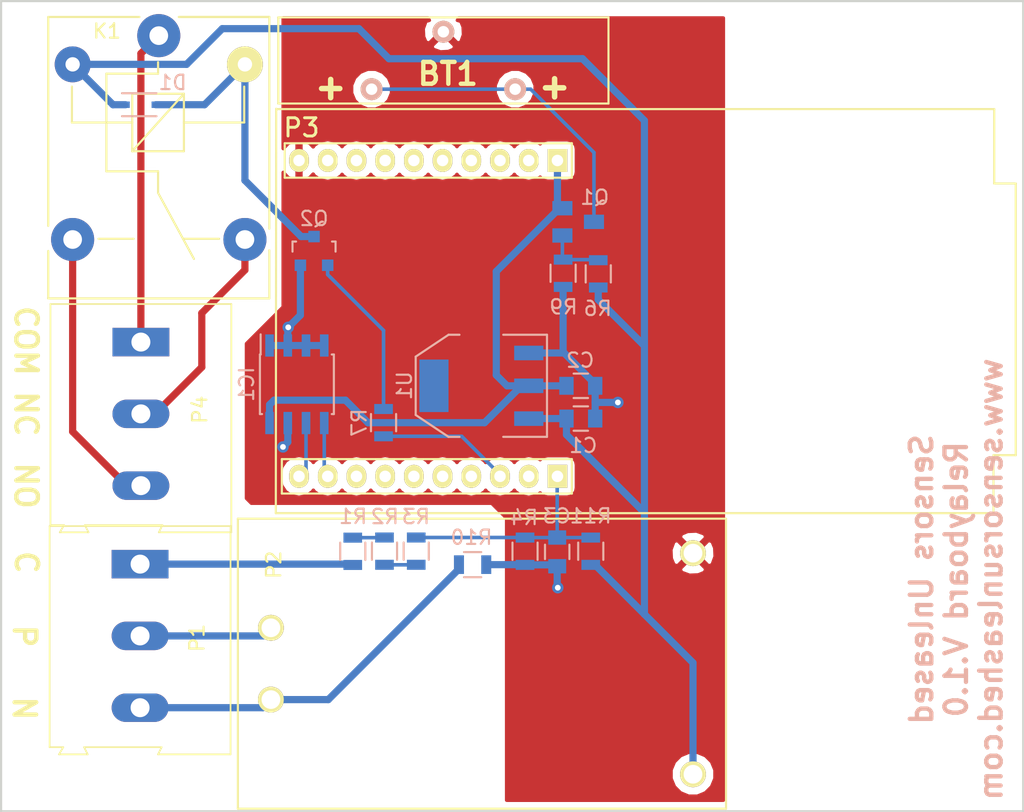
<source format=kicad_pcb>
(kicad_pcb (version 20170123) (host pcbnew no-vcs-found-7664~57~ubuntu16.10.1)

  (general
    (links 48)
    (no_connects 0)
    (area 94.194559 48.39468 165.535681 114.459601)
    (thickness 1.6)
    (drawings 11)
    (tracks 121)
    (zones 0)
    (modules 23)
    (nets 34)
  )

  (page A4)
  (layers
    (0 F.Cu signal)
    (31 B.Cu signal)
    (32 B.Adhes user hide)
    (33 F.Adhes user hide)
    (34 B.Paste user hide)
    (35 F.Paste user hide)
    (36 B.SilkS user)
    (37 F.SilkS user)
    (38 B.Mask user)
    (39 F.Mask user)
    (40 Dwgs.User user hide)
    (41 Cmts.User user hide)
    (42 Eco1.User user hide)
    (43 Eco2.User user hide)
    (44 Edge.Cuts user)
    (45 Margin user hide)
    (46 B.CrtYd user)
    (47 F.CrtYd user)
    (48 B.Fab user hide)
    (49 F.Fab user hide)
  )

  (setup
    (last_trace_width 0.25)
    (trace_clearance 0.2)
    (zone_clearance 0.508)
    (zone_45_only no)
    (trace_min 0.2)
    (segment_width 0.2)
    (edge_width 0.15)
    (via_size 0.8)
    (via_drill 0.4)
    (via_min_size 0.4)
    (via_min_drill 0.3)
    (blind_buried_vias_allowed yes)
    (uvia_size 0.3)
    (uvia_drill 0.1)
    (uvias_allowed no)
    (uvia_min_size 0.2)
    (uvia_min_drill 0.1)
    (pcb_text_width 0.3)
    (pcb_text_size 1.5 1.5)
    (mod_edge_width 0.15)
    (mod_text_size 1 1)
    (mod_text_width 0.15)
    (pad_size 1.524 1.524)
    (pad_drill 0.762)
    (pad_to_mask_clearance 0.2)
    (aux_axis_origin 0 0)
    (visible_elements FFFFFF7F)
    (pcbplotparams
      (layerselection 0x010f0_ffffffff)
      (usegerberextensions false)
      (excludeedgelayer true)
      (linewidth 0.100000)
      (plotframeref false)
      (viasonmask false)
      (mode 1)
      (useauxorigin false)
      (hpglpennumber 1)
      (hpglpenspeed 20)
      (hpglpendiameter 15)
      (psnegative false)
      (psa4output false)
      (plotreference true)
      (plotvalue true)
      (plotinvisibletext false)
      (padsonsilk false)
      (subtractmaskfromsilk false)
      (outputformat 1)
      (mirror false)
      (drillshape 0)
      (scaleselection 1)
      (outputdirectory output/gerber/))
  )

  (net 0 "")
  (net 1 +BATT)
  (net 2 GND)
  (net 3 VCC)
  (net 4 "Net-(K1-Pad1)")
  (net 5 "Net-(K1-Pad3)")
  (net 6 "Net-(K1-Pad2)")
  (net 7 "Net-(P3-Pad13)")
  (net 8 "Net-(P3-Pad14)")
  (net 9 "Net-(P3-Pad15)")
  (net 10 "Net-(P3-Pad16)")
  (net 11 "Net-(P3-Pad17)")
  (net 12 Relay)
  (net 13 "Net-(P3-Pad2)")
  (net 14 "Net-(P3-Pad3)")
  (net 15 "Net-(P3-Pad4)")
  (net 16 "Net-(P3-Pad5)")
  (net 17 "Net-(P3-Pad6)")
  (net 18 "Net-(P3-Pad7)")
  (net 19 "Net-(P3-Pad8)")
  (net 20 "Net-(P3-Pad9)")
  (net 21 "Net-(Q1-Pad1)")
  (net 22 "Net-(Q2-Pad1)")
  (net 23 "Net-(R1-Pad1)")
  (net 24 "Net-(R2-Pad1)")
  (net 25 I2C_SCL)
  (net 26 I2C_SDA)
  (net 27 Relay1)
  (net 28 Relay2)
  (net 29 Mainsdetect)
  (net 30 /Nul)
  (net 31 /Phase)
  (net 32 /Control)
  (net 33 "Net-(P3-Pad19)")

  (net_class Default "This is the default net class."
    (clearance 0.2)
    (trace_width 0.25)
    (via_dia 0.8)
    (via_drill 0.4)
    (uvia_dia 0.3)
    (uvia_drill 0.1)
    (add_net +BATT)
    (add_net I2C_SCL)
    (add_net I2C_SDA)
    (add_net Mainsdetect)
    (add_net "Net-(P3-Pad13)")
    (add_net "Net-(P3-Pad14)")
    (add_net "Net-(P3-Pad15)")
    (add_net "Net-(P3-Pad16)")
    (add_net "Net-(P3-Pad17)")
    (add_net "Net-(P3-Pad19)")
    (add_net "Net-(P3-Pad2)")
    (add_net "Net-(P3-Pad3)")
    (add_net "Net-(P3-Pad4)")
    (add_net "Net-(P3-Pad5)")
    (add_net "Net-(P3-Pad6)")
    (add_net "Net-(P3-Pad7)")
    (add_net "Net-(P3-Pad8)")
    (add_net "Net-(P3-Pad9)")
    (add_net "Net-(Q1-Pad1)")
    (add_net "Net-(Q2-Pad1)")
    (add_net "Net-(R1-Pad1)")
    (add_net "Net-(R2-Pad1)")
    (add_net Relay)
  )

  (net_class Power ""
    (clearance 0.25)
    (trace_width 0.5)
    (via_dia 0.8)
    (via_drill 0.4)
    (uvia_dia 0.3)
    (uvia_drill 0.1)
    (add_net /Control)
    (add_net /Nul)
    (add_net /Phase)
    (add_net GND)
    (add_net Relay1)
    (add_net Relay2)
    (add_net VCC)
  )

  (net_class relay ""
    (clearance 0.25)
    (trace_width 0.5)
    (via_dia 0.5)
    (via_drill 0.4)
    (uvia_dia 0.3)
    (uvia_drill 0.1)
    (add_net "Net-(K1-Pad1)")
    (add_net "Net-(K1-Pad2)")
    (add_net "Net-(K1-Pad3)")
  )

  (module SensorsUnleashed:HLK-PM01 locked (layer F.Cu) (tedit 56E2D500) (tstamp 583F32EE)
    (at 127.27352 104.0946)
    (path /58A72CAF)
    (fp_text reference P2 (at -14.01 -6.95 90) (layer F.SilkS)
      (effects (font (size 1 1) (thickness 0.15)))
    )
    (fp_text value HLK-PM01 (at -1.27 -2) (layer F.Fab)
      (effects (font (size 1 1) (thickness 0.15)))
    )
    (fp_line (start -16.51 -10.16) (end -16.51 10.04) (layer F.SilkS) (width 0.15))
    (fp_line (start 17.49 10.04) (end -16.51 10.04) (layer F.SilkS) (width 0.15))
    (fp_line (start 17.49 -10.16) (end 17.49 10.04) (layer F.SilkS) (width 0.15))
    (fp_line (start -16.51 -10.16) (end 17.49 -10.16) (layer F.SilkS) (width 0.15))
    (pad 1 thru_hole circle (at -14.21 -2.56) (size 1.8 1.8) (drill 1.3) (layers *.Cu *.Mask F.SilkS)
      (net 31 /Phase))
    (pad 2 thru_hole circle (at -14.21 2.44) (size 1.8 1.8) (drill 1.3) (layers *.Cu *.Mask F.SilkS)
      (net 30 /Nul))
    (pad 3 thru_hole circle (at 15.19 -7.76) (size 1.8 1.8) (drill 1.3) (layers *.Cu *.Mask F.SilkS)
      (net 2 GND))
    (pad 4 thru_hole circle (at 15.19 7.64) (size 1.8 1.8) (drill 1.3) (layers *.Cu *.Mask F.SilkS)
      (net 28 Relay2))
  )

  (module SensorsUnleashed:BATT_CR2032_VERT (layer F.Cu) (tedit 58A75209) (tstamp 58A74E56)
    (at 125.07596 62.01816)
    (path /583DA60F)
    (fp_text reference BT1 (at 0.3086 0.9332) (layer F.SilkS)
      (effects (font (thickness 0.3048)))
    )
    (fp_text value CR2032 (at 0 -12.2) (layer F.SilkS) hide
      (effects (font (thickness 0.3048)))
    )
    (fp_line (start -7.8486 1.3208) (end -7.8486 2.5908) (layer F.SilkS) (width 0.381))
    (fp_line (start -8.4836 1.9558) (end -7.2136 1.9558) (layer F.SilkS) (width 0.381))
    (fp_line (start -11.5 -3) (end 11.5 -3) (layer F.SilkS) (width 0.15))
    (fp_line (start 11.5 -3) (end 11.5 3) (layer F.SilkS) (width 0.15))
    (fp_line (start -11.5 3) (end 11.5 3) (layer F.SilkS) (width 0.15))
    (fp_line (start -11.5 -3) (end -11.5 3) (layer F.SilkS) (width 0.15))
    (fp_line (start 7.747 1.27) (end 7.747 2.54) (layer F.SilkS) (width 0.381))
    (fp_line (start 7.112 1.905) (end 8.382 1.905) (layer F.SilkS) (width 0.381))
    (pad 1 thru_hole circle (at 5 2) (size 1.524 1.524) (drill 0.8) (layers *.Cu *.SilkS *.Mask)
      (net 1 +BATT))
    (pad 1 thru_hole circle (at -5 2) (size 1.524 1.524) (drill 0.8) (layers *.Cu *.SilkS *.Mask)
      (net 1 +BATT))
    (pad 2 thru_hole circle (at 0 -2) (size 1.524 1.524) (drill 0.8) (layers *.Cu *.SilkS *.Mask)
      (net 2 GND))
    (model 3D/Connectors/Batt_MPD_CR2032.wrl
      (at (xyz 0 0 0))
      (scale (xyz 0.3937 0.3937 0.3937))
      (rotate (xyz 0 0 0))
    )
  )

  (module Connect:AK300-3 (layer F.Cu) (tedit 587FD4AB) (tstamp 58A7377F)
    (at 103.95204 97.09912 270)
    (descr CONNECTOR)
    (tags CONNECTOR)
    (path /583F7363)
    (fp_text reference P1 (at 5.14096 -3.96748 270) (layer F.SilkS)
      (effects (font (size 1 1) (thickness 0.15)))
    )
    (fp_text value Supply (at 4.95 7.3 270) (layer F.Fab)
      (effects (font (size 1 1) (thickness 0.15)))
    )
    (fp_line (start -2.65 -6.3) (end -2.65 6.3) (layer F.SilkS) (width 0.12))
    (fp_line (start -2.65 6.3) (end 12.75 6.3) (layer F.SilkS) (width 0.12))
    (fp_line (start 12.75 6.3) (end 12.75 5.35) (layer F.SilkS) (width 0.12))
    (fp_line (start 12.75 5.35) (end 13.25 5.65) (layer F.SilkS) (width 0.12))
    (fp_line (start 13.25 5.65) (end 13.25 3.65) (layer F.SilkS) (width 0.12))
    (fp_line (start 13.25 3.65) (end 12.75 3.9) (layer F.SilkS) (width 0.12))
    (fp_line (start 12.75 3.9) (end 12.75 -1.5) (layer F.SilkS) (width 0.12))
    (fp_line (start 12.75 -1.5) (end 13.25 -1.25) (layer F.SilkS) (width 0.12))
    (fp_line (start 13.25 -1.25) (end 13.25 -6.3) (layer F.SilkS) (width 0.12))
    (fp_line (start 13.25 -6.3) (end -2.65 -6.3) (layer F.SilkS) (width 0.12))
    (fp_line (start 13.42 -6.47) (end -2.83 -6.47) (layer F.CrtYd) (width 0.05))
    (fp_line (start 13.42 6.47) (end 13.42 -6.47) (layer F.CrtYd) (width 0.05))
    (fp_line (start -2.83 6.47) (end 13.42 6.47) (layer F.CrtYd) (width 0.05))
    (fp_line (start -2.83 -6.47) (end -2.83 6.47) (layer F.CrtYd) (width 0.05))
    (fp_line (start 12.66 -0.65) (end -2.52 -0.65) (layer F.Fab) (width 0.1))
    (fp_line (start 8.02 3.99) (end 8.02 -0.26) (layer F.Fab) (width 0.1))
    (fp_line (start 12.09 6.21) (end 7.58 6.21) (layer F.Fab) (width 0.1))
    (fp_line (start 7.58 -3.19) (end 12.6 -3.19) (layer F.Fab) (width 0.1))
    (fp_line (start -2.58 -6.23) (end 12.66 -6.23) (layer F.Fab) (width 0.1))
    (fp_line (start 8.42 -0.26) (end 11.72 -0.26) (layer F.Fab) (width 0.1))
    (fp_line (start 8.04 -0.26) (end 8.42 -0.26) (layer F.Fab) (width 0.1))
    (fp_line (start 12.1 -0.26) (end 11.72 -0.26) (layer F.Fab) (width 0.1))
    (fp_line (start 8.57 -4.33) (end 11.62 -4.96) (layer F.Fab) (width 0.1))
    (fp_line (start 8.44 -4.46) (end 11.49 -5.09) (layer F.Fab) (width 0.1))
    (fp_line (start 12.1 -3.44) (end 8.04 -3.44) (layer F.Fab) (width 0.1))
    (fp_line (start 12.1 -5.98) (end 12.1 -3.44) (layer F.Fab) (width 0.1))
    (fp_line (start 8.04 -5.98) (end 12.1 -5.98) (layer F.Fab) (width 0.1))
    (fp_line (start 8.04 -3.44) (end 8.04 -5.98) (layer F.Fab) (width 0.1))
    (fp_line (start 12.66 -3.19) (end 12.66 -1.66) (layer F.Fab) (width 0.1))
    (fp_line (start 12.66 -0.65) (end 12.66 4.05) (layer F.Fab) (width 0.1))
    (fp_line (start 12.66 -1.66) (end 12.66 -0.65) (layer F.Fab) (width 0.1))
    (fp_line (start 11.72 0.5) (end 11.34 0.5) (layer F.Fab) (width 0.1))
    (fp_line (start 8.42 0.5) (end 8.8 0.5) (layer F.Fab) (width 0.1))
    (fp_line (start 8.42 3.67) (end 8.42 0.5) (layer F.Fab) (width 0.1))
    (fp_line (start 11.72 3.67) (end 8.42 3.67) (layer F.Fab) (width 0.1))
    (fp_line (start 11.72 3.67) (end 11.72 0.5) (layer F.Fab) (width 0.1))
    (fp_line (start 12.1 4.31) (end 12.1 6.21) (layer F.Fab) (width 0.1))
    (fp_line (start 8.04 4.31) (end 12.1 4.31) (layer F.Fab) (width 0.1))
    (fp_line (start 12.1 6.21) (end 12.66 6.21) (layer F.Fab) (width 0.1))
    (fp_line (start 12.1 -0.26) (end 12.1 4.31) (layer F.Fab) (width 0.1))
    (fp_line (start 8.04 6.21) (end 8.04 4.31) (layer F.Fab) (width 0.1))
    (fp_line (start 13.17 3.8) (end 13.17 5.45) (layer F.Fab) (width 0.1))
    (fp_line (start 12.66 4.05) (end 12.66 5.2) (layer F.Fab) (width 0.1))
    (fp_line (start 13.17 3.8) (end 12.66 4.05) (layer F.Fab) (width 0.1))
    (fp_line (start 12.66 5.2) (end 12.66 6.21) (layer F.Fab) (width 0.1))
    (fp_line (start 13.17 5.45) (end 12.66 5.2) (layer F.Fab) (width 0.1))
    (fp_line (start 13.17 -1.41) (end 12.66 -1.66) (layer F.Fab) (width 0.1))
    (fp_line (start 13.17 -6.23) (end 13.17 -1.41) (layer F.Fab) (width 0.1))
    (fp_line (start 12.66 -6.23) (end 13.17 -6.23) (layer F.Fab) (width 0.1))
    (fp_line (start 12.66 -6.23) (end 12.66 -3.19) (layer F.Fab) (width 0.1))
    (fp_line (start 8.8 2.53) (end 8.8 -0.26) (layer F.Fab) (width 0.1))
    (fp_line (start 8.8 -0.26) (end 11.34 -0.26) (layer F.Fab) (width 0.1))
    (fp_line (start 11.34 2.53) (end 11.34 -0.26) (layer F.Fab) (width 0.1))
    (fp_line (start 8.8 2.53) (end 11.34 2.53) (layer F.Fab) (width 0.1))
    (fp_line (start -1.28 2.53) (end 1.26 2.53) (layer F.Fab) (width 0.1))
    (fp_line (start 1.26 2.53) (end 1.26 -0.26) (layer F.Fab) (width 0.1))
    (fp_line (start -1.28 -0.26) (end 1.26 -0.26) (layer F.Fab) (width 0.1))
    (fp_line (start -1.28 2.53) (end -1.28 -0.26) (layer F.Fab) (width 0.1))
    (fp_line (start 3.72 2.53) (end 6.26 2.53) (layer F.Fab) (width 0.1))
    (fp_line (start 6.26 2.53) (end 6.26 -0.26) (layer F.Fab) (width 0.1))
    (fp_line (start 3.72 -0.26) (end 6.26 -0.26) (layer F.Fab) (width 0.1))
    (fp_line (start 3.72 2.53) (end 3.72 -0.26) (layer F.Fab) (width 0.1))
    (fp_line (start 8.02 5.2) (end 8.02 6.21) (layer F.Fab) (width 0.1))
    (fp_line (start 8.02 4.05) (end 8.02 5.2) (layer F.Fab) (width 0.1))
    (fp_line (start 2.96 6.21) (end 2.96 4.31) (layer F.Fab) (width 0.1))
    (fp_line (start 7.02 -0.26) (end 7.02 4.31) (layer F.Fab) (width 0.1))
    (fp_line (start 2.96 6.21) (end 7.02 6.21) (layer F.Fab) (width 0.1))
    (fp_line (start 7.02 6.21) (end 7.58 6.21) (layer F.Fab) (width 0.1))
    (fp_line (start 2.02 6.21) (end 2.02 4.31) (layer F.Fab) (width 0.1))
    (fp_line (start 2.02 6.21) (end 2.96 6.21) (layer F.Fab) (width 0.1))
    (fp_line (start -2.05 -0.26) (end -2.05 4.31) (layer F.Fab) (width 0.1))
    (fp_line (start -2.58 6.21) (end -2.05 6.21) (layer F.Fab) (width 0.1))
    (fp_line (start -2.05 6.21) (end 2.02 6.21) (layer F.Fab) (width 0.1))
    (fp_line (start 2.96 4.31) (end 7.02 4.31) (layer F.Fab) (width 0.1))
    (fp_line (start 2.96 4.31) (end 2.96 -0.26) (layer F.Fab) (width 0.1))
    (fp_line (start 7.02 4.31) (end 7.02 6.21) (layer F.Fab) (width 0.1))
    (fp_line (start 2.02 4.31) (end -2.05 4.31) (layer F.Fab) (width 0.1))
    (fp_line (start 2.02 4.31) (end 2.02 -0.26) (layer F.Fab) (width 0.1))
    (fp_line (start -2.05 4.31) (end -2.05 6.21) (layer F.Fab) (width 0.1))
    (fp_line (start 6.64 3.67) (end 6.64 0.5) (layer F.Fab) (width 0.1))
    (fp_line (start 6.64 3.67) (end 3.34 3.67) (layer F.Fab) (width 0.1))
    (fp_line (start 3.34 3.67) (end 3.34 0.5) (layer F.Fab) (width 0.1))
    (fp_line (start 1.64 3.67) (end 1.64 0.5) (layer F.Fab) (width 0.1))
    (fp_line (start 1.64 3.67) (end -1.67 3.67) (layer F.Fab) (width 0.1))
    (fp_line (start -1.67 3.67) (end -1.67 0.5) (layer F.Fab) (width 0.1))
    (fp_line (start -1.67 0.5) (end -1.28 0.5) (layer F.Fab) (width 0.1))
    (fp_line (start 1.64 0.5) (end 1.26 0.5) (layer F.Fab) (width 0.1))
    (fp_line (start 3.34 0.5) (end 3.72 0.5) (layer F.Fab) (width 0.1))
    (fp_line (start 6.64 0.5) (end 6.26 0.5) (layer F.Fab) (width 0.1))
    (fp_line (start -2.58 6.21) (end -2.58 -0.65) (layer F.Fab) (width 0.1))
    (fp_line (start -2.58 -0.65) (end -2.58 -3.19) (layer F.Fab) (width 0.1))
    (fp_line (start -2.58 -3.19) (end 7.58 -3.19) (layer F.Fab) (width 0.1))
    (fp_line (start -2.58 -3.19) (end -2.58 -6.23) (layer F.Fab) (width 0.1))
    (fp_line (start 2.96 -3.44) (end 2.96 -5.98) (layer F.Fab) (width 0.1))
    (fp_line (start 2.96 -5.98) (end 7.02 -5.98) (layer F.Fab) (width 0.1))
    (fp_line (start 7.02 -5.98) (end 7.02 -3.44) (layer F.Fab) (width 0.1))
    (fp_line (start 7.02 -3.44) (end 2.96 -3.44) (layer F.Fab) (width 0.1))
    (fp_line (start 2.02 -3.44) (end 2.02 -5.98) (layer F.Fab) (width 0.1))
    (fp_line (start 2.02 -3.44) (end -2.05 -3.44) (layer F.Fab) (width 0.1))
    (fp_line (start -2.05 -3.44) (end -2.05 -5.98) (layer F.Fab) (width 0.1))
    (fp_line (start 2.02 -5.98) (end -2.05 -5.98) (layer F.Fab) (width 0.1))
    (fp_line (start 3.36 -4.46) (end 6.41 -5.09) (layer F.Fab) (width 0.1))
    (fp_line (start 3.49 -4.33) (end 6.54 -4.96) (layer F.Fab) (width 0.1))
    (fp_line (start -1.64 -4.46) (end 1.41 -5.09) (layer F.Fab) (width 0.1))
    (fp_line (start -1.51 -4.33) (end 1.53 -4.96) (layer F.Fab) (width 0.1))
    (fp_line (start -2.05 -0.26) (end -1.67 -0.26) (layer F.Fab) (width 0.1))
    (fp_line (start 2.02 -0.26) (end 1.64 -0.26) (layer F.Fab) (width 0.1))
    (fp_line (start 1.64 -0.26) (end -1.67 -0.26) (layer F.Fab) (width 0.1))
    (fp_line (start 7.02 -0.26) (end 6.64 -0.26) (layer F.Fab) (width 0.1))
    (fp_line (start 2.96 -0.26) (end 3.34 -0.26) (layer F.Fab) (width 0.1))
    (fp_line (start 3.34 -0.26) (end 6.64 -0.26) (layer F.Fab) (width 0.1))
    (fp_arc (start 8.93 -4.66) (end 8.64 -4.14) (angle 104.2) (layer F.Fab) (width 0.1))
    (fp_arc (start 10.04 -3.72) (end 8.44 -5.01) (angle 100) (layer F.Fab) (width 0.1))
    (fp_arc (start 10.12 -6.08) (end 11.58 -4.13) (angle 75.5) (layer F.Fab) (width 0.1))
    (fp_arc (start 11.09 -4.6) (end 11.59 -5.06) (angle 90.5) (layer F.Fab) (width 0.1))
    (fp_arc (start 6.01 -4.6) (end 6.51 -5.06) (angle 90.5) (layer F.Fab) (width 0.1))
    (fp_arc (start 5.04 -6.08) (end 6.5 -4.13) (angle 75.5) (layer F.Fab) (width 0.1))
    (fp_arc (start 4.96 -3.72) (end 3.36 -5.01) (angle 100) (layer F.Fab) (width 0.1))
    (fp_arc (start 3.85 -4.66) (end 3.56 -4.14) (angle 104.2) (layer F.Fab) (width 0.1))
    (fp_arc (start 1 -4.6) (end 1.51 -5.06) (angle 90.5) (layer F.Fab) (width 0.1))
    (fp_arc (start 0.04 -6.08) (end 1.5 -4.13) (angle 75.5) (layer F.Fab) (width 0.1))
    (fp_arc (start -0.04 -3.72) (end -1.64 -5.01) (angle 100) (layer F.Fab) (width 0.1))
    (fp_arc (start -1.16 -4.66) (end -1.44 -4.14) (angle 104.2) (layer F.Fab) (width 0.1))
    (pad 1 thru_hole rect (at 0 0 270) (size 1.98 3.96) (drill 1.32) (layers *.Cu F.Paste F.Mask)
      (net 32 /Control))
    (pad 2 thru_hole oval (at 5 0 270) (size 1.98 3.96) (drill 1.32) (layers *.Cu F.Paste F.Mask)
      (net 31 /Phase))
    (pad 3 thru_hole oval (at 10 0 270) (size 1.98 3.96) (drill 1.32) (layers *.Cu F.Paste F.Mask)
      (net 30 /Nul))
  )

  (module Connect:AK300-3 (layer F.Cu) (tedit 587FD4AB) (tstamp 583F3387)
    (at 104.00792 81.63304 270)
    (descr CONNECTOR)
    (tags CONNECTOR)
    (path /583F7C27)
    (fp_text reference P4 (at 4.70664 -4.10464 90) (layer F.SilkS)
      (effects (font (size 1 1) (thickness 0.15)))
    )
    (fp_text value Relay (at 2.754 7.737 270) (layer F.Fab)
      (effects (font (size 1 1) (thickness 0.15)))
    )
    (fp_line (start -2.65 -6.3) (end -2.65 6.3) (layer F.SilkS) (width 0.12))
    (fp_line (start -2.65 6.3) (end 12.75 6.3) (layer F.SilkS) (width 0.12))
    (fp_line (start 12.75 6.3) (end 12.75 5.35) (layer F.SilkS) (width 0.12))
    (fp_line (start 12.75 5.35) (end 13.25 5.65) (layer F.SilkS) (width 0.12))
    (fp_line (start 13.25 5.65) (end 13.25 3.65) (layer F.SilkS) (width 0.12))
    (fp_line (start 13.25 3.65) (end 12.75 3.9) (layer F.SilkS) (width 0.12))
    (fp_line (start 12.75 3.9) (end 12.75 -1.5) (layer F.SilkS) (width 0.12))
    (fp_line (start 12.75 -1.5) (end 13.25 -1.25) (layer F.SilkS) (width 0.12))
    (fp_line (start 13.25 -1.25) (end 13.25 -6.3) (layer F.SilkS) (width 0.12))
    (fp_line (start 13.25 -6.3) (end -2.65 -6.3) (layer F.SilkS) (width 0.12))
    (fp_line (start 13.42 -6.47) (end -2.83 -6.47) (layer F.CrtYd) (width 0.05))
    (fp_line (start 13.42 6.47) (end 13.42 -6.47) (layer F.CrtYd) (width 0.05))
    (fp_line (start -2.83 6.47) (end 13.42 6.47) (layer F.CrtYd) (width 0.05))
    (fp_line (start -2.83 -6.47) (end -2.83 6.47) (layer F.CrtYd) (width 0.05))
    (fp_line (start 12.66 -0.65) (end -2.52 -0.65) (layer F.Fab) (width 0.1))
    (fp_line (start 8.02 3.99) (end 8.02 -0.26) (layer F.Fab) (width 0.1))
    (fp_line (start 12.09 6.21) (end 7.58 6.21) (layer F.Fab) (width 0.1))
    (fp_line (start 7.58 -3.19) (end 12.6 -3.19) (layer F.Fab) (width 0.1))
    (fp_line (start -2.58 -6.23) (end 12.66 -6.23) (layer F.Fab) (width 0.1))
    (fp_line (start 8.42 -0.26) (end 11.72 -0.26) (layer F.Fab) (width 0.1))
    (fp_line (start 8.04 -0.26) (end 8.42 -0.26) (layer F.Fab) (width 0.1))
    (fp_line (start 12.1 -0.26) (end 11.72 -0.26) (layer F.Fab) (width 0.1))
    (fp_line (start 8.57 -4.33) (end 11.62 -4.96) (layer F.Fab) (width 0.1))
    (fp_line (start 8.44 -4.46) (end 11.49 -5.09) (layer F.Fab) (width 0.1))
    (fp_line (start 12.1 -3.44) (end 8.04 -3.44) (layer F.Fab) (width 0.1))
    (fp_line (start 12.1 -5.98) (end 12.1 -3.44) (layer F.Fab) (width 0.1))
    (fp_line (start 8.04 -5.98) (end 12.1 -5.98) (layer F.Fab) (width 0.1))
    (fp_line (start 8.04 -3.44) (end 8.04 -5.98) (layer F.Fab) (width 0.1))
    (fp_line (start 12.66 -3.19) (end 12.66 -1.66) (layer F.Fab) (width 0.1))
    (fp_line (start 12.66 -0.65) (end 12.66 4.05) (layer F.Fab) (width 0.1))
    (fp_line (start 12.66 -1.66) (end 12.66 -0.65) (layer F.Fab) (width 0.1))
    (fp_line (start 11.72 0.5) (end 11.34 0.5) (layer F.Fab) (width 0.1))
    (fp_line (start 8.42 0.5) (end 8.8 0.5) (layer F.Fab) (width 0.1))
    (fp_line (start 8.42 3.67) (end 8.42 0.5) (layer F.Fab) (width 0.1))
    (fp_line (start 11.72 3.67) (end 8.42 3.67) (layer F.Fab) (width 0.1))
    (fp_line (start 11.72 3.67) (end 11.72 0.5) (layer F.Fab) (width 0.1))
    (fp_line (start 12.1 4.31) (end 12.1 6.21) (layer F.Fab) (width 0.1))
    (fp_line (start 8.04 4.31) (end 12.1 4.31) (layer F.Fab) (width 0.1))
    (fp_line (start 12.1 6.21) (end 12.66 6.21) (layer F.Fab) (width 0.1))
    (fp_line (start 12.1 -0.26) (end 12.1 4.31) (layer F.Fab) (width 0.1))
    (fp_line (start 8.04 6.21) (end 8.04 4.31) (layer F.Fab) (width 0.1))
    (fp_line (start 13.17 3.8) (end 13.17 5.45) (layer F.Fab) (width 0.1))
    (fp_line (start 12.66 4.05) (end 12.66 5.2) (layer F.Fab) (width 0.1))
    (fp_line (start 13.17 3.8) (end 12.66 4.05) (layer F.Fab) (width 0.1))
    (fp_line (start 12.66 5.2) (end 12.66 6.21) (layer F.Fab) (width 0.1))
    (fp_line (start 13.17 5.45) (end 12.66 5.2) (layer F.Fab) (width 0.1))
    (fp_line (start 13.17 -1.41) (end 12.66 -1.66) (layer F.Fab) (width 0.1))
    (fp_line (start 13.17 -6.23) (end 13.17 -1.41) (layer F.Fab) (width 0.1))
    (fp_line (start 12.66 -6.23) (end 13.17 -6.23) (layer F.Fab) (width 0.1))
    (fp_line (start 12.66 -6.23) (end 12.66 -3.19) (layer F.Fab) (width 0.1))
    (fp_line (start 8.8 2.53) (end 8.8 -0.26) (layer F.Fab) (width 0.1))
    (fp_line (start 8.8 -0.26) (end 11.34 -0.26) (layer F.Fab) (width 0.1))
    (fp_line (start 11.34 2.53) (end 11.34 -0.26) (layer F.Fab) (width 0.1))
    (fp_line (start 8.8 2.53) (end 11.34 2.53) (layer F.Fab) (width 0.1))
    (fp_line (start -1.28 2.53) (end 1.26 2.53) (layer F.Fab) (width 0.1))
    (fp_line (start 1.26 2.53) (end 1.26 -0.26) (layer F.Fab) (width 0.1))
    (fp_line (start -1.28 -0.26) (end 1.26 -0.26) (layer F.Fab) (width 0.1))
    (fp_line (start -1.28 2.53) (end -1.28 -0.26) (layer F.Fab) (width 0.1))
    (fp_line (start 3.72 2.53) (end 6.26 2.53) (layer F.Fab) (width 0.1))
    (fp_line (start 6.26 2.53) (end 6.26 -0.26) (layer F.Fab) (width 0.1))
    (fp_line (start 3.72 -0.26) (end 6.26 -0.26) (layer F.Fab) (width 0.1))
    (fp_line (start 3.72 2.53) (end 3.72 -0.26) (layer F.Fab) (width 0.1))
    (fp_line (start 8.02 5.2) (end 8.02 6.21) (layer F.Fab) (width 0.1))
    (fp_line (start 8.02 4.05) (end 8.02 5.2) (layer F.Fab) (width 0.1))
    (fp_line (start 2.96 6.21) (end 2.96 4.31) (layer F.Fab) (width 0.1))
    (fp_line (start 7.02 -0.26) (end 7.02 4.31) (layer F.Fab) (width 0.1))
    (fp_line (start 2.96 6.21) (end 7.02 6.21) (layer F.Fab) (width 0.1))
    (fp_line (start 7.02 6.21) (end 7.58 6.21) (layer F.Fab) (width 0.1))
    (fp_line (start 2.02 6.21) (end 2.02 4.31) (layer F.Fab) (width 0.1))
    (fp_line (start 2.02 6.21) (end 2.96 6.21) (layer F.Fab) (width 0.1))
    (fp_line (start -2.05 -0.26) (end -2.05 4.31) (layer F.Fab) (width 0.1))
    (fp_line (start -2.58 6.21) (end -2.05 6.21) (layer F.Fab) (width 0.1))
    (fp_line (start -2.05 6.21) (end 2.02 6.21) (layer F.Fab) (width 0.1))
    (fp_line (start 2.96 4.31) (end 7.02 4.31) (layer F.Fab) (width 0.1))
    (fp_line (start 2.96 4.31) (end 2.96 -0.26) (layer F.Fab) (width 0.1))
    (fp_line (start 7.02 4.31) (end 7.02 6.21) (layer F.Fab) (width 0.1))
    (fp_line (start 2.02 4.31) (end -2.05 4.31) (layer F.Fab) (width 0.1))
    (fp_line (start 2.02 4.31) (end 2.02 -0.26) (layer F.Fab) (width 0.1))
    (fp_line (start -2.05 4.31) (end -2.05 6.21) (layer F.Fab) (width 0.1))
    (fp_line (start 6.64 3.67) (end 6.64 0.5) (layer F.Fab) (width 0.1))
    (fp_line (start 6.64 3.67) (end 3.34 3.67) (layer F.Fab) (width 0.1))
    (fp_line (start 3.34 3.67) (end 3.34 0.5) (layer F.Fab) (width 0.1))
    (fp_line (start 1.64 3.67) (end 1.64 0.5) (layer F.Fab) (width 0.1))
    (fp_line (start 1.64 3.67) (end -1.67 3.67) (layer F.Fab) (width 0.1))
    (fp_line (start -1.67 3.67) (end -1.67 0.5) (layer F.Fab) (width 0.1))
    (fp_line (start -1.67 0.5) (end -1.28 0.5) (layer F.Fab) (width 0.1))
    (fp_line (start 1.64 0.5) (end 1.26 0.5) (layer F.Fab) (width 0.1))
    (fp_line (start 3.34 0.5) (end 3.72 0.5) (layer F.Fab) (width 0.1))
    (fp_line (start 6.64 0.5) (end 6.26 0.5) (layer F.Fab) (width 0.1))
    (fp_line (start -2.58 6.21) (end -2.58 -0.65) (layer F.Fab) (width 0.1))
    (fp_line (start -2.58 -0.65) (end -2.58 -3.19) (layer F.Fab) (width 0.1))
    (fp_line (start -2.58 -3.19) (end 7.58 -3.19) (layer F.Fab) (width 0.1))
    (fp_line (start -2.58 -3.19) (end -2.58 -6.23) (layer F.Fab) (width 0.1))
    (fp_line (start 2.96 -3.44) (end 2.96 -5.98) (layer F.Fab) (width 0.1))
    (fp_line (start 2.96 -5.98) (end 7.02 -5.98) (layer F.Fab) (width 0.1))
    (fp_line (start 7.02 -5.98) (end 7.02 -3.44) (layer F.Fab) (width 0.1))
    (fp_line (start 7.02 -3.44) (end 2.96 -3.44) (layer F.Fab) (width 0.1))
    (fp_line (start 2.02 -3.44) (end 2.02 -5.98) (layer F.Fab) (width 0.1))
    (fp_line (start 2.02 -3.44) (end -2.05 -3.44) (layer F.Fab) (width 0.1))
    (fp_line (start -2.05 -3.44) (end -2.05 -5.98) (layer F.Fab) (width 0.1))
    (fp_line (start 2.02 -5.98) (end -2.05 -5.98) (layer F.Fab) (width 0.1))
    (fp_line (start 3.36 -4.46) (end 6.41 -5.09) (layer F.Fab) (width 0.1))
    (fp_line (start 3.49 -4.33) (end 6.54 -4.96) (layer F.Fab) (width 0.1))
    (fp_line (start -1.64 -4.46) (end 1.41 -5.09) (layer F.Fab) (width 0.1))
    (fp_line (start -1.51 -4.33) (end 1.53 -4.96) (layer F.Fab) (width 0.1))
    (fp_line (start -2.05 -0.26) (end -1.67 -0.26) (layer F.Fab) (width 0.1))
    (fp_line (start 2.02 -0.26) (end 1.64 -0.26) (layer F.Fab) (width 0.1))
    (fp_line (start 1.64 -0.26) (end -1.67 -0.26) (layer F.Fab) (width 0.1))
    (fp_line (start 7.02 -0.26) (end 6.64 -0.26) (layer F.Fab) (width 0.1))
    (fp_line (start 2.96 -0.26) (end 3.34 -0.26) (layer F.Fab) (width 0.1))
    (fp_line (start 3.34 -0.26) (end 6.64 -0.26) (layer F.Fab) (width 0.1))
    (fp_arc (start 8.93 -4.66) (end 8.64 -4.14) (angle 104.2) (layer F.Fab) (width 0.1))
    (fp_arc (start 10.04 -3.72) (end 8.44 -5.01) (angle 100) (layer F.Fab) (width 0.1))
    (fp_arc (start 10.12 -6.08) (end 11.58 -4.13) (angle 75.5) (layer F.Fab) (width 0.1))
    (fp_arc (start 11.09 -4.6) (end 11.59 -5.06) (angle 90.5) (layer F.Fab) (width 0.1))
    (fp_arc (start 6.01 -4.6) (end 6.51 -5.06) (angle 90.5) (layer F.Fab) (width 0.1))
    (fp_arc (start 5.04 -6.08) (end 6.5 -4.13) (angle 75.5) (layer F.Fab) (width 0.1))
    (fp_arc (start 4.96 -3.72) (end 3.36 -5.01) (angle 100) (layer F.Fab) (width 0.1))
    (fp_arc (start 3.85 -4.66) (end 3.56 -4.14) (angle 104.2) (layer F.Fab) (width 0.1))
    (fp_arc (start 1 -4.6) (end 1.51 -5.06) (angle 90.5) (layer F.Fab) (width 0.1))
    (fp_arc (start 0.04 -6.08) (end 1.5 -4.13) (angle 75.5) (layer F.Fab) (width 0.1))
    (fp_arc (start -0.04 -3.72) (end -1.64 -5.01) (angle 100) (layer F.Fab) (width 0.1))
    (fp_arc (start -1.16 -4.66) (end -1.44 -4.14) (angle 104.2) (layer F.Fab) (width 0.1))
    (pad 1 thru_hole rect (at 0 0 270) (size 1.98 3.96) (drill 1.32) (layers *.Cu F.Paste F.Mask)
      (net 6 "Net-(K1-Pad2)"))
    (pad 2 thru_hole oval (at 5 0 270) (size 1.98 3.96) (drill 1.32) (layers *.Cu F.Paste F.Mask)
      (net 5 "Net-(K1-Pad3)"))
    (pad 3 thru_hole oval (at 10 0 270) (size 1.98 3.96) (drill 1.32) (layers *.Cu F.Paste F.Mask)
      (net 4 "Net-(K1-Pad1)"))
  )

  (module Resistors_SMD:R_0805 (layer B.Cu) (tedit 58307B54) (tstamp 58A735D2)
    (at 135.34136 96.19996 90)
    (descr "Resistor SMD 0805, reflow soldering, Vishay (see dcrcw.pdf)")
    (tags "resistor 0805")
    (path /58A610A8)
    (attr smd)
    (fp_text reference R11 (at 2.45364 -0.00508 180) (layer B.SilkS)
      (effects (font (size 1 1) (thickness 0.15)) (justify mirror))
    )
    (fp_text value 12835R (at 0 -2.1 90) (layer B.Fab)
      (effects (font (size 1 1) (thickness 0.15)) (justify mirror))
    )
    (fp_line (start -0.6 0.875) (end 0.6 0.875) (layer B.SilkS) (width 0.15))
    (fp_line (start 0.6 -0.875) (end -0.6 -0.875) (layer B.SilkS) (width 0.15))
    (fp_line (start 1.6 1) (end 1.6 -1) (layer B.CrtYd) (width 0.05))
    (fp_line (start -1.6 1) (end -1.6 -1) (layer B.CrtYd) (width 0.05))
    (fp_line (start -1.6 -1) (end 1.6 -1) (layer B.CrtYd) (width 0.05))
    (fp_line (start -1.6 1) (end 1.6 1) (layer B.CrtYd) (width 0.05))
    (fp_line (start -1 0.625) (end 1 0.625) (layer B.Fab) (width 0.1))
    (fp_line (start 1 0.625) (end 1 -0.625) (layer B.Fab) (width 0.1))
    (fp_line (start 1 -0.625) (end -1 -0.625) (layer B.Fab) (width 0.1))
    (fp_line (start -1 -0.625) (end -1 0.625) (layer B.Fab) (width 0.1))
    (pad 2 smd rect (at 0.95 0 90) (size 0.7 1.3) (layers B.Cu B.Paste B.Mask)
      (net 29 Mainsdetect))
    (pad 1 smd rect (at -0.95 0 90) (size 0.7 1.3) (layers B.Cu B.Paste B.Mask)
      (net 28 Relay2))
    (model Resistors_SMD.3dshapes/R_0805.wrl
      (at (xyz 0 0 0))
      (scale (xyz 1 1 1))
      (rotate (xyz 0 0 0))
    )
  )

  (module Resistors_SMD:R_0805 (layer B.Cu) (tedit 58307B54) (tstamp 584470F4)
    (at 127.11176 97.13468 180)
    (descr "Resistor SMD 0805, reflow soldering, Vishay (see dcrcw.pdf)")
    (tags "resistor 0805")
    (path /5844691C)
    (attr smd)
    (fp_text reference R10 (at 0.0762 1.89992) (layer B.SilkS)
      (effects (font (size 1 1) (thickness 0.15)) (justify mirror))
    )
    (fp_text value 0R (at 0 -2.1 180) (layer B.Fab)
      (effects (font (size 1 1) (thickness 0.15)) (justify mirror))
    )
    (fp_line (start -0.6 0.875) (end 0.6 0.875) (layer B.SilkS) (width 0.15))
    (fp_line (start 0.6 -0.875) (end -0.6 -0.875) (layer B.SilkS) (width 0.15))
    (fp_line (start 1.6 1) (end 1.6 -1) (layer B.CrtYd) (width 0.05))
    (fp_line (start -1.6 1) (end -1.6 -1) (layer B.CrtYd) (width 0.05))
    (fp_line (start -1.6 -1) (end 1.6 -1) (layer B.CrtYd) (width 0.05))
    (fp_line (start -1.6 1) (end 1.6 1) (layer B.CrtYd) (width 0.05))
    (fp_line (start -1 0.625) (end 1 0.625) (layer B.Fab) (width 0.1))
    (fp_line (start 1 0.625) (end 1 -0.625) (layer B.Fab) (width 0.1))
    (fp_line (start 1 -0.625) (end -1 -0.625) (layer B.Fab) (width 0.1))
    (fp_line (start -1 -0.625) (end -1 0.625) (layer B.Fab) (width 0.1))
    (pad 2 smd rect (at 0.95 0 180) (size 0.7 1.3) (layers B.Cu B.Paste B.Mask)
      (net 30 /Nul))
    (pad 1 smd rect (at -0.95 0 180) (size 0.7 1.3) (layers B.Cu B.Paste B.Mask)
      (net 2 GND))
    (model Resistors_SMD.3dshapes/R_0805.wrl
      (at (xyz 0 0 0))
      (scale (xyz 1 1 1))
      (rotate (xyz 0 0 0))
    )
  )

  (module Housings_SOIC:SOIC-8_3.9x4.9mm_Pitch1.27mm (layer B.Cu) (tedit 54130A77) (tstamp 58432326)
    (at 114.87404 84.57184 270)
    (descr "8-Lead Plastic Small Outline (SN) - Narrow, 3.90 mm Body [SOIC] (see Microchip Packaging Specification 00000049BS.pdf)")
    (tags "SOIC 1.27")
    (path /58431AC1)
    (attr smd)
    (fp_text reference IC1 (at 0 3.5 270) (layer B.SilkS)
      (effects (font (size 1 1) (thickness 0.15)) (justify mirror))
    )
    (fp_text value AT24C256C-SSHL-T (at 0 -3.5 270) (layer B.Fab)
      (effects (font (size 1 1) (thickness 0.15)) (justify mirror))
    )
    (fp_line (start -2.075 2.525) (end -3.475 2.525) (layer B.SilkS) (width 0.15))
    (fp_line (start -2.075 -2.575) (end 2.075 -2.575) (layer B.SilkS) (width 0.15))
    (fp_line (start -2.075 2.575) (end 2.075 2.575) (layer B.SilkS) (width 0.15))
    (fp_line (start -2.075 -2.575) (end -2.075 -2.43) (layer B.SilkS) (width 0.15))
    (fp_line (start 2.075 -2.575) (end 2.075 -2.43) (layer B.SilkS) (width 0.15))
    (fp_line (start 2.075 2.575) (end 2.075 2.43) (layer B.SilkS) (width 0.15))
    (fp_line (start -2.075 2.575) (end -2.075 2.525) (layer B.SilkS) (width 0.15))
    (fp_line (start -3.75 -2.75) (end 3.75 -2.75) (layer B.CrtYd) (width 0.05))
    (fp_line (start -3.75 2.75) (end 3.75 2.75) (layer B.CrtYd) (width 0.05))
    (fp_line (start 3.75 2.75) (end 3.75 -2.75) (layer B.CrtYd) (width 0.05))
    (fp_line (start -3.75 2.75) (end -3.75 -2.75) (layer B.CrtYd) (width 0.05))
    (fp_line (start -1.95 1.45) (end -0.95 2.45) (layer B.Fab) (width 0.15))
    (fp_line (start -1.95 -2.45) (end -1.95 1.45) (layer B.Fab) (width 0.15))
    (fp_line (start 1.95 -2.45) (end -1.95 -2.45) (layer B.Fab) (width 0.15))
    (fp_line (start 1.95 2.45) (end 1.95 -2.45) (layer B.Fab) (width 0.15))
    (fp_line (start -0.95 2.45) (end 1.95 2.45) (layer B.Fab) (width 0.15))
    (pad 8 smd rect (at 2.7 1.905 270) (size 1.55 0.6) (layers B.Cu B.Paste B.Mask)
      (net 3 VCC))
    (pad 7 smd rect (at 2.7 0.635 270) (size 1.55 0.6) (layers B.Cu B.Paste B.Mask)
      (net 2 GND))
    (pad 6 smd rect (at 2.7 -0.635 270) (size 1.55 0.6) (layers B.Cu B.Paste B.Mask)
      (net 25 I2C_SCL))
    (pad 5 smd rect (at 2.7 -1.905 270) (size 1.55 0.6) (layers B.Cu B.Paste B.Mask)
      (net 26 I2C_SDA))
    (pad 4 smd rect (at -2.7 -1.905 270) (size 1.55 0.6) (layers B.Cu B.Paste B.Mask)
      (net 2 GND))
    (pad 3 smd rect (at -2.7 -0.635 270) (size 1.55 0.6) (layers B.Cu B.Paste B.Mask)
      (net 2 GND))
    (pad 2 smd rect (at -2.7 0.635 270) (size 1.55 0.6) (layers B.Cu B.Paste B.Mask)
      (net 2 GND))
    (pad 1 smd rect (at -2.7 1.905 270) (size 1.55 0.6) (layers B.Cu B.Paste B.Mask)
      (net 2 GND))
    (model Housings_SOIC.3dshapes/SOIC-8_3.9x4.9mm_Pitch1.27mm.wrl
      (at (xyz 0 0 0))
      (scale (xyz 1 1 1))
      (rotate (xyz 0 0 0))
    )
  )

  (module SensorsUnleashed:zb3219PA_radio locked (layer F.Cu) (tedit 58408A6F) (tstamp 58416571)
    (at 124.22632 79.9846 270)
    (descr "Through hole pin header")
    (tags "pin header")
    (path /583BF138)
    (fp_text reference P3 (at -13.2842 9.03224) (layer F.SilkS)
      (effects (font (size 1.27 1.27) (thickness 0.2032)))
    )
    (fp_text value "Sensors Unleashed Radio" (at 0 0 270) (layer F.SilkS) hide
      (effects (font (size 1.27 1.27) (thickness 0.2032)))
    )
    (fp_line (start -10.881338 9.192254) (end -11.120098 9.192254) (layer Dwgs.User) (width 0.1))
    (fp_line (start -10.881338 7.190736) (end -11.120098 7.190736) (layer Dwgs.User) (width 0.1))
    (fp_line (start -10.881338 5.191759) (end -11.120098 5.191759) (layer Dwgs.User) (width 0.1))
    (fp_line (start -10.881338 3.190241) (end -11.120098 3.190241) (layer Dwgs.User) (width 0.1))
    (fp_line (start -10.881338 1.191263) (end -11.120098 1.191263) (layer Dwgs.User) (width 0.1))
    (fp_line (start -10.881338 -0.807715) (end -11.120098 -0.807715) (layer Dwgs.User) (width 0.1))
    (fp_line (start -10.881338 -2.809233) (end -11.120098 -2.809233) (layer Dwgs.User) (width 0.1))
    (fp_line (start -10.881338 -4.80821) (end -11.120098 -4.80821) (layer Dwgs.User) (width 0.1))
    (fp_line (start -10.881338 -6.809728) (end -11.120098 -6.809728) (layer Dwgs.User) (width 0.1))
    (fp_line (start 11.120118 -6.809728) (end 10.878818 -6.809728) (layer Dwgs.User) (width 0.1))
    (fp_line (start 11.120118 -4.80821) (end 10.878818 -4.80821) (layer Dwgs.User) (width 0.1))
    (fp_line (start 11.120118 -2.809233) (end 10.878818 -2.809233) (layer Dwgs.User) (width 0.1))
    (fp_line (start 11.120118 -0.807715) (end 10.878818 -0.807715) (layer Dwgs.User) (width 0.1))
    (fp_line (start 11.120118 1.191263) (end 10.878818 1.191263) (layer Dwgs.User) (width 0.1))
    (fp_line (start 11.120118 3.190241) (end 10.878818 3.190241) (layer Dwgs.User) (width 0.1))
    (fp_line (start 11.120118 5.191759) (end 10.878818 5.191759) (layer Dwgs.User) (width 0.1))
    (fp_line (start 11.120118 7.190736) (end 10.878818 7.190736) (layer Dwgs.User) (width 0.1))
    (fp_line (start 11.120118 9.192254) (end 10.878818 9.192254) (layer Dwgs.User) (width 0.1))
    (fp_line (start -12.2 10.2) (end -12.2 -9.8) (layer F.SilkS) (width 0.15))
    (fp_line (start -9.8 -9.8) (end -9.8 10.2) (layer F.SilkS) (width 0.15))
    (fp_line (start 12.2 10.4) (end 12.2 -9.8) (layer F.SilkS) (width 0.15))
    (fp_line (start 9.8 -9.8) (end 9.8 10.4) (layer F.SilkS) (width 0.15))
    (fp_line (start -9.8 10.2) (end -12 10.2) (layer F.SilkS) (width 0.15))
    (fp_line (start -12 10.2) (end -12.2 10.2) (layer F.SilkS) (width 0.15))
    (fp_line (start -12.2 -9.8) (end -9.8 -9.8) (layer F.SilkS) (width 0.15))
    (fp_line (start 9.8 -9.8) (end 12.2 -9.8) (layer F.SilkS) (width 0.15))
    (fp_line (start 12.2 10.4) (end 9.8 10.4) (layer F.SilkS) (width 0.15))
    (fp_line (start -14.605 10.795) (end 13.5636 10.8204) (layer F.SilkS) (width 0.15))
    (fp_line (start 13.5636 10.8204) (end 13.5636 -39.1668) (layer F.SilkS) (width 0.15))
    (fp_line (start 13.5636 -39.1668) (end 9.525 -39.1668) (layer F.SilkS) (width 0.15))
    (fp_line (start 9.525 -39.1668) (end 9.525 -40.7162) (layer F.SilkS) (width 0.15))
    (fp_line (start 9.525 -40.7162) (end -9.398 -40.7162) (layer F.SilkS) (width 0.15))
    (fp_line (start -9.398 -40.7162) (end -9.398 -39.2176) (layer F.SilkS) (width 0.15))
    (fp_line (start -9.398 -39.2176) (end -14.5796 -39.2176) (layer F.SilkS) (width 0.15))
    (fp_line (start -14.5796 -39.2176) (end -14.5796 10.7188) (layer F.SilkS) (width 0.15))
    (fp_line (start -14.5796 10.7188) (end -14.5288 10.7696) (layer F.SilkS) (width 0.15))
    (pad 11 thru_hole oval (at 11 9.205 180) (size 1.36 1.6) (drill 0.8) (layers *.Cu *.Mask F.SilkS)
      (net 25 I2C_SCL))
    (pad 12 thru_hole oval (at 11 7.205 180) (size 1.36 1.6) (drill 0.8) (layers *.Cu *.Mask F.SilkS)
      (net 26 I2C_SDA))
    (pad 13 thru_hole oval (at 11 5.205 180) (size 1.36 1.6) (drill 0.8) (layers *.Cu *.Mask F.SilkS)
      (net 7 "Net-(P3-Pad13)"))
    (pad 14 thru_hole oval (at 11 3.205 180) (size 1.36 1.6) (drill 0.8) (layers *.Cu *.Mask F.SilkS)
      (net 8 "Net-(P3-Pad14)"))
    (pad 15 thru_hole oval (at 11 1.205 180) (size 1.36 1.6) (drill 0.8) (layers *.Cu *.Mask F.SilkS)
      (net 9 "Net-(P3-Pad15)"))
    (pad 16 thru_hole oval (at 11 -0.795 180) (size 1.36 1.6) (drill 0.8) (layers *.Cu *.Mask F.SilkS)
      (net 10 "Net-(P3-Pad16)"))
    (pad 17 thru_hole oval (at 11 -2.795 180) (size 1.36 1.6) (drill 0.8) (layers *.Cu *.Mask F.SilkS)
      (net 11 "Net-(P3-Pad17)"))
    (pad 18 thru_hole oval (at 11 -4.795 180) (size 1.36 1.6) (drill 0.8) (layers *.Cu *.Mask F.SilkS)
      (net 12 Relay))
    (pad 19 thru_hole oval (at 11 -6.795 180) (size 1.36 1.6) (drill 0.8) (layers *.Cu *.Mask F.SilkS)
      (net 33 "Net-(P3-Pad19)"))
    (pad 20 thru_hole rect (at 11 -8.795 180) (size 1.36 1.6) (drill 0.8) (layers *.Cu *.Mask F.SilkS)
      (net 29 Mainsdetect))
    (pad 1 thru_hole rect (at -11 -8.795 180) (size 1.36 1.6) (drill 0.8) (layers *.Cu *.Mask F.SilkS)
      (net 3 VCC))
    (pad 2 thru_hole oval (at -11 -6.795 180) (size 1.36 1.6) (drill 0.8) (layers *.Cu *.Mask F.SilkS)
      (net 13 "Net-(P3-Pad2)"))
    (pad 3 thru_hole oval (at -11 -4.795 180) (size 1.36 1.6) (drill 0.8) (layers *.Cu *.Mask F.SilkS)
      (net 14 "Net-(P3-Pad3)"))
    (pad 4 thru_hole oval (at -11 -2.795 180) (size 1.36 1.6) (drill 0.8) (layers *.Cu *.Mask F.SilkS)
      (net 15 "Net-(P3-Pad4)"))
    (pad 5 thru_hole oval (at -11 -0.795 180) (size 1.36 1.6) (drill 0.8) (layers *.Cu *.Mask F.SilkS)
      (net 16 "Net-(P3-Pad5)"))
    (pad 6 thru_hole oval (at -11 1.205 180) (size 1.36 1.6) (drill 0.8) (layers *.Cu *.Mask F.SilkS)
      (net 17 "Net-(P3-Pad6)"))
    (pad 7 thru_hole oval (at -11 3.205 180) (size 1.36 1.6) (drill 0.8) (layers *.Cu *.Mask F.SilkS)
      (net 18 "Net-(P3-Pad7)"))
    (pad 8 thru_hole oval (at -11 5.205 180) (size 1.36 1.6) (drill 0.8) (layers *.Cu *.Mask F.SilkS)
      (net 19 "Net-(P3-Pad8)"))
    (pad 9 thru_hole oval (at -11 7.205 180) (size 1.36 1.6) (drill 0.8) (layers *.Cu *.Mask F.SilkS)
      (net 20 "Net-(P3-Pad9)"))
    (pad 10 thru_hole oval (at -11 9.205 180) (size 1.36 1.6) (drill 0.8) (layers *.Cu *.Mask F.SilkS)
      (net 2 GND))
    (model Pin_Headers/Pin_Header_Straight_1x10.wrl
      (at (xyz 0 0 0))
      (scale (xyz 1 1 1))
      (rotate (xyz 0 0 0))
    )
  )

  (module Capacitors_SMD:C_0805 (layer B.Cu) (tedit 5415D6EA) (tstamp 583F321D)
    (at 134.65048 86.95944)
    (descr "Capacitor SMD 0805, reflow soldering, AVX (see smccp.pdf)")
    (tags "capacitor 0805")
    (path /583F5618)
    (attr smd)
    (fp_text reference C1 (at 0.16764 1.8796 -180) (layer B.SilkS)
      (effects (font (size 1 1) (thickness 0.15)) (justify mirror))
    )
    (fp_text value 100nF (at 0 -2.1) (layer B.Fab)
      (effects (font (size 1 1) (thickness 0.15)) (justify mirror))
    )
    (fp_line (start -1 -0.625) (end -1 0.625) (layer B.Fab) (width 0.15))
    (fp_line (start 1 -0.625) (end -1 -0.625) (layer B.Fab) (width 0.15))
    (fp_line (start 1 0.625) (end 1 -0.625) (layer B.Fab) (width 0.15))
    (fp_line (start -1 0.625) (end 1 0.625) (layer B.Fab) (width 0.15))
    (fp_line (start -1.8 1) (end 1.8 1) (layer B.CrtYd) (width 0.05))
    (fp_line (start -1.8 -1) (end 1.8 -1) (layer B.CrtYd) (width 0.05))
    (fp_line (start -1.8 1) (end -1.8 -1) (layer B.CrtYd) (width 0.05))
    (fp_line (start 1.8 1) (end 1.8 -1) (layer B.CrtYd) (width 0.05))
    (fp_line (start 0.5 0.85) (end -0.5 0.85) (layer B.SilkS) (width 0.15))
    (fp_line (start -0.5 -0.85) (end 0.5 -0.85) (layer B.SilkS) (width 0.15))
    (pad 1 smd rect (at -1 0) (size 1 1.25) (layers B.Cu B.Paste B.Mask)
      (net 28 Relay2))
    (pad 2 smd rect (at 1 0) (size 1 1.25) (layers B.Cu B.Paste B.Mask)
      (net 2 GND))
    (model Capacitors_SMD.3dshapes/C_0805.wrl
      (at (xyz 0 0 0))
      (scale (xyz 1 1 1))
      (rotate (xyz 0 0 0))
    )
  )

  (module Capacitors_SMD:C_0805 (layer B.Cu) (tedit 5415D6EA) (tstamp 583F322D)
    (at 134.64972 84.67852)
    (descr "Capacitor SMD 0805, reflow soldering, AVX (see smccp.pdf)")
    (tags "capacitor 0805")
    (path /583B593D)
    (attr smd)
    (fp_text reference C2 (at -0.03988 -1.778 180) (layer B.SilkS)
      (effects (font (size 1 1) (thickness 0.15)) (justify mirror))
    )
    (fp_text value 22uF (at 0 -2.1) (layer B.Fab)
      (effects (font (size 1 1) (thickness 0.15)) (justify mirror))
    )
    (fp_line (start -0.5 -0.85) (end 0.5 -0.85) (layer B.SilkS) (width 0.15))
    (fp_line (start 0.5 0.85) (end -0.5 0.85) (layer B.SilkS) (width 0.15))
    (fp_line (start 1.8 1) (end 1.8 -1) (layer B.CrtYd) (width 0.05))
    (fp_line (start -1.8 1) (end -1.8 -1) (layer B.CrtYd) (width 0.05))
    (fp_line (start -1.8 -1) (end 1.8 -1) (layer B.CrtYd) (width 0.05))
    (fp_line (start -1.8 1) (end 1.8 1) (layer B.CrtYd) (width 0.05))
    (fp_line (start -1 0.625) (end 1 0.625) (layer B.Fab) (width 0.15))
    (fp_line (start 1 0.625) (end 1 -0.625) (layer B.Fab) (width 0.15))
    (fp_line (start 1 -0.625) (end -1 -0.625) (layer B.Fab) (width 0.15))
    (fp_line (start -1 -0.625) (end -1 0.625) (layer B.Fab) (width 0.15))
    (pad 2 smd rect (at 1 0) (size 1 1.25) (layers B.Cu B.Paste B.Mask)
      (net 2 GND))
    (pad 1 smd rect (at -1 0) (size 1 1.25) (layers B.Cu B.Paste B.Mask)
      (net 3 VCC))
    (model Capacitors_SMD.3dshapes/C_0805.wrl
      (at (xyz 0 0 0))
      (scale (xyz 1 1 1))
      (rotate (xyz 0 0 0))
    )
  )

  (module Capacitors_SMD:C_0805 (layer B.Cu) (tedit 5415D6EA) (tstamp 583F323D)
    (at 133.00456 96.24568 270)
    (descr "Capacitor SMD 0805, reflow soldering, AVX (see smccp.pdf)")
    (tags "capacitor 0805")
    (path /583A85D5)
    (attr smd)
    (fp_text reference C3 (at -2.49936 0.03556) (layer B.SilkS)
      (effects (font (size 1 1) (thickness 0.15)) (justify mirror))
    )
    (fp_text value 1nF (at 0 -2.1 270) (layer B.Fab)
      (effects (font (size 1 1) (thickness 0.15)) (justify mirror))
    )
    (fp_line (start -0.5 -0.85) (end 0.5 -0.85) (layer B.SilkS) (width 0.15))
    (fp_line (start 0.5 0.85) (end -0.5 0.85) (layer B.SilkS) (width 0.15))
    (fp_line (start 1.8 1) (end 1.8 -1) (layer B.CrtYd) (width 0.05))
    (fp_line (start -1.8 1) (end -1.8 -1) (layer B.CrtYd) (width 0.05))
    (fp_line (start -1.8 -1) (end 1.8 -1) (layer B.CrtYd) (width 0.05))
    (fp_line (start -1.8 1) (end 1.8 1) (layer B.CrtYd) (width 0.05))
    (fp_line (start -1 0.625) (end 1 0.625) (layer B.Fab) (width 0.15))
    (fp_line (start 1 0.625) (end 1 -0.625) (layer B.Fab) (width 0.15))
    (fp_line (start 1 -0.625) (end -1 -0.625) (layer B.Fab) (width 0.15))
    (fp_line (start -1 -0.625) (end -1 0.625) (layer B.Fab) (width 0.15))
    (pad 2 smd rect (at 1 0 270) (size 1 1.25) (layers B.Cu B.Paste B.Mask)
      (net 2 GND))
    (pad 1 smd rect (at -1 0 270) (size 1 1.25) (layers B.Cu B.Paste B.Mask)
      (net 29 Mainsdetect))
    (model Capacitors_SMD.3dshapes/C_0805.wrl
      (at (xyz 0 0 0))
      (scale (xyz 1 1 1))
      (rotate (xyz 0 0 0))
    )
  )

  (module Diodes_SMD:SOD-323 (layer B.Cu) (tedit 57A876D4) (tstamp 583F3253)
    (at 103.99268 65.1002)
    (descr SOD-323)
    (tags SOD-323)
    (path /583CA33D)
    (attr smd)
    (fp_text reference D1 (at 2.22504 -1.54432) (layer B.SilkS)
      (effects (font (size 1 1) (thickness 0.15)) (justify mirror))
    )
    (fp_text value BAS321 (at 0.1 -1.9) (layer B.Fab)
      (effects (font (size 1 1) (thickness 0.15)) (justify mirror))
    )
    (fp_line (start -1.3 0.8) (end 1.1 0.8) (layer B.SilkS) (width 0.15))
    (fp_line (start -1.3 -0.8) (end 1.1 -0.8) (layer B.SilkS) (width 0.15))
    (fp_line (start -1.5 0.95) (end -1.5 -0.95) (layer B.CrtYd) (width 0.05))
    (fp_line (start -1.5 -0.95) (end 1.5 -0.95) (layer B.CrtYd) (width 0.05))
    (fp_line (start 1.5 0.95) (end 1.5 -0.95) (layer B.CrtYd) (width 0.05))
    (fp_line (start -1.5 0.95) (end 1.5 0.95) (layer B.CrtYd) (width 0.05))
    (fp_line (start -0.85 0.65) (end 0.85 0.65) (layer B.Fab) (width 0.15))
    (fp_line (start 0.85 0.65) (end 0.85 -0.65) (layer B.Fab) (width 0.15))
    (fp_line (start 0.85 -0.65) (end -0.85 -0.65) (layer B.Fab) (width 0.15))
    (fp_line (start -0.85 -0.65) (end -0.85 0.65) (layer B.Fab) (width 0.15))
    (fp_line (start -0.3 0.35) (end -0.3 -0.35) (layer B.Fab) (width 0.15))
    (fp_line (start -0.3 0) (end -0.5 0) (layer B.Fab) (width 0.15))
    (fp_line (start -0.3 0) (end 0.2 0.35) (layer B.Fab) (width 0.15))
    (fp_line (start 0.2 0.35) (end 0.2 -0.35) (layer B.Fab) (width 0.15))
    (fp_line (start 0.2 -0.35) (end -0.3 0) (layer B.Fab) (width 0.15))
    (fp_line (start 0.2 0) (end 0.45 0) (layer B.Fab) (width 0.15))
    (pad 2 smd rect (at 1.055 0) (size 0.59 0.45) (layers B.Cu B.Paste B.Mask)
      (net 27 Relay1))
    (pad 1 smd rect (at -1.055 0) (size 0.59 0.45) (layers B.Cu B.Paste B.Mask)
      (net 28 Relay2))
    (model Diodes_SMD.3dshapes/SOD-323.wrl
      (at (xyz 0 0 0))
      (scale (xyz 1 1 1))
      (rotate (xyz 0 0 180))
    )
  )

  (module SensorsUnleashed:Relay_SRD_XVDC-SL-C_Series locked (layer F.Cu) (tedit 56F14CA6) (tstamp 583F3287)
    (at 105.25392 60.28892 270)
    (descr "relay, Sanyou SRD series Form C")
    (path /583CAEC4)
    (fp_text reference K1 (at -0.314 3.612) (layer F.SilkS)
      (effects (font (size 1 1) (thickness 0.15)))
    )
    (fp_text value RELAY_1RT (at 1.5 -10.25 270) (layer F.Fab)
      (effects (font (size 1 1) (thickness 0.15)))
    )
    (fp_line (start 15 7.7) (end 18.3 7.7) (layer F.SilkS) (width 0.15))
    (fp_line (start 18.3 7.7) (end 18.3 -7.7) (layer F.SilkS) (width 0.15))
    (fp_line (start 18.3 -7.7) (end 14.95 -7.7) (layer F.SilkS) (width 0.15))
    (fp_line (start -1.3 1.35) (end -1.3 7.7) (layer F.SilkS) (width 0.15))
    (fp_line (start -1.3 7.7) (end 13.25 7.7) (layer F.SilkS) (width 0.15))
    (fp_line (start -1.3 -1.4) (end -1.3 -7.7) (layer F.SilkS) (width 0.15))
    (fp_line (start -1.3 -7.7) (end 13.45 -7.7) (layer F.SilkS) (width 0.15))
    (fp_line (start -1.3 -7.65) (end -1.3 -1.4) (layer F.SilkS) (width 0.15))
    (fp_line (start 14.15 4.2) (end 14.15 1.75) (layer F.SilkS) (width 0.15))
    (fp_line (start 14.15 -4.2) (end 14.15 -1.7) (layer F.SilkS) (width 0.15))
    (fp_line (start 3.55 6.05) (end 6.05 6.05) (layer F.SilkS) (width 0.15))
    (fp_line (start 2.65 0.05) (end 1.85 0.05) (layer F.SilkS) (width 0.15))
    (fp_line (start 6.05 -5.95) (end 3.55 -5.95) (layer F.SilkS) (width 0.15))
    (fp_line (start 9.45 0.05) (end 10.95 0.05) (layer F.SilkS) (width 0.15))
    (fp_line (start 10.95 0.05) (end 15.55 -2.45) (layer F.SilkS) (width 0.15))
    (fp_line (start 9.45 3.65) (end 2.65 3.65) (layer F.SilkS) (width 0.15))
    (fp_line (start 9.45 0.05) (end 9.45 3.65) (layer F.SilkS) (width 0.15))
    (fp_line (start 2.65 0.05) (end 2.65 3.65) (layer F.SilkS) (width 0.15))
    (fp_line (start 6.05 -5.95) (end 6.05 -1.75) (layer F.SilkS) (width 0.15))
    (fp_line (start 6.05 1.85) (end 6.05 6.05) (layer F.SilkS) (width 0.15))
    (fp_line (start 8.05 1.85) (end 4.05 -1.75) (layer F.SilkS) (width 0.15))
    (fp_line (start 4.05 1.85) (end 4.05 -1.75) (layer F.SilkS) (width 0.15))
    (fp_line (start 4.05 -1.75) (end 8.05 -1.75) (layer F.SilkS) (width 0.15))
    (fp_line (start 8.05 -1.75) (end 8.05 1.85) (layer F.SilkS) (width 0.15))
    (fp_line (start 8.05 1.85) (end 4.05 1.85) (layer F.SilkS) (width 0.15))
    (pad 5 thru_hole circle (at 2 6) (size 2.5 2.5) (drill 1) (layers *.Cu *.Mask)
      (net 28 Relay2))
    (pad 1 thru_hole circle (at 14.2 6) (size 3 3) (drill 1.3) (layers *.Cu *.Mask)
      (net 4 "Net-(K1-Pad1)"))
    (pad 3 thru_hole circle (at 14.2 -6) (size 3 3) (drill 1.3) (layers *.Cu *.Mask)
      (net 5 "Net-(K1-Pad3)"))
    (pad 4 thru_hole circle (at 2 -6) (size 2.5 2.5) (drill 1) (layers *.Cu *.Mask F.SilkS)
      (net 27 Relay1))
    (pad 2 thru_hole circle (at 0 0) (size 3 3) (drill 1.3) (layers *.Cu *.Mask)
      (net 6 "Net-(K1-Pad2)"))
    (model Relays_ThroughHole.3dshapes/Relay_SANYOU_SRD_Series_Form_C.wrl
      (at (xyz 0 0 0))
      (scale (xyz 1 1 1))
      (rotate (xyz 0 0 0))
    )
  )

  (module SensorsUnleashed:SSOT-3 (layer B.Cu) (tedit 558ECE2F) (tstamp 583F338E)
    (at 135.56524 73.25864 90)
    (path /583DF4D8)
    (fp_text reference Q1 (at 1.70684 0.05044 180) (layer B.SilkS)
      (effects (font (size 1 1) (thickness 0.15)) (justify mirror))
    )
    (fp_text value FDN304P (at 0 1.8 90) (layer B.Fab)
      (effects (font (size 1 1) (thickness 0.15)) (justify mirror))
    )
    (pad 3 smd rect (at 0 0 90) (size 1 1.4) (layers B.Cu B.Paste B.Mask)
      (net 1 +BATT))
    (pad 1 smd rect (at -0.95 -2.2 90) (size 1 1.4) (layers B.Cu B.Paste B.Mask)
      (net 21 "Net-(Q1-Pad1)"))
    (pad 2 smd rect (at 0.95 -2.2 90) (size 1 1.4) (layers B.Cu B.Paste B.Mask)
      (net 3 VCC))
  )

  (module TO_SOT_Packages_SMD:SOT-23 (layer B.Cu) (tedit 553634F8) (tstamp 583F339E)
    (at 116.06784 75.28052 180)
    (descr "SOT-23, Standard")
    (tags SOT-23)
    (path /583CA160)
    (attr smd)
    (fp_text reference Q2 (at 0 2.25 180) (layer B.SilkS)
      (effects (font (size 1 1) (thickness 0.15)) (justify mirror))
    )
    (fp_text value BC849 (at 0 -2.3 180) (layer B.Fab)
      (effects (font (size 1 1) (thickness 0.15)) (justify mirror))
    )
    (fp_line (start 1.49982 0.65024) (end 1.49982 -0.0508) (layer B.SilkS) (width 0.15))
    (fp_line (start 1.29916 0.65024) (end 1.49982 0.65024) (layer B.SilkS) (width 0.15))
    (fp_line (start -1.49982 0.65024) (end -1.2509 0.65024) (layer B.SilkS) (width 0.15))
    (fp_line (start -1.49982 -0.0508) (end -1.49982 0.65024) (layer B.SilkS) (width 0.15))
    (fp_line (start 1.29916 0.65024) (end 1.2509 0.65024) (layer B.SilkS) (width 0.15))
    (fp_line (start -1.65 -1.6) (end -1.65 1.6) (layer B.CrtYd) (width 0.05))
    (fp_line (start 1.65 -1.6) (end -1.65 -1.6) (layer B.CrtYd) (width 0.05))
    (fp_line (start 1.65 1.6) (end 1.65 -1.6) (layer B.CrtYd) (width 0.05))
    (fp_line (start -1.65 1.6) (end 1.65 1.6) (layer B.CrtYd) (width 0.05))
    (pad 3 smd rect (at 0 0.99822 180) (size 0.8001 0.8001) (layers B.Cu B.Paste B.Mask)
      (net 27 Relay1))
    (pad 2 smd rect (at 0.95 -1.00076 180) (size 0.8001 0.8001) (layers B.Cu B.Paste B.Mask)
      (net 2 GND))
    (pad 1 smd rect (at -0.95 -1.00076 180) (size 0.8001 0.8001) (layers B.Cu B.Paste B.Mask)
      (net 22 "Net-(Q2-Pad1)"))
    (model TO_SOT_Packages_SMD.3dshapes/SOT-23.wrl
      (at (xyz 0 0 0))
      (scale (xyz 1 1 1))
      (rotate (xyz 0 0 0))
    )
  )

  (module Resistors_SMD:R_0805 (layer B.Cu) (tedit 58307B54) (tstamp 583F33BE)
    (at 118.76532 96.20504 270)
    (descr "Resistor SMD 0805, reflow soldering, Vishay (see dcrcw.pdf)")
    (tags "resistor 0805")
    (path /583A8473)
    (attr smd)
    (fp_text reference R1 (at -2.42316 -0.02032) (layer B.SilkS)
      (effects (font (size 1 1) (thickness 0.15)) (justify mirror))
    )
    (fp_text value 330k (at 0 -2.1 270) (layer B.Fab)
      (effects (font (size 1 1) (thickness 0.15)) (justify mirror))
    )
    (fp_line (start -0.6 0.875) (end 0.6 0.875) (layer B.SilkS) (width 0.15))
    (fp_line (start 0.6 -0.875) (end -0.6 -0.875) (layer B.SilkS) (width 0.15))
    (fp_line (start 1.6 1) (end 1.6 -1) (layer B.CrtYd) (width 0.05))
    (fp_line (start -1.6 1) (end -1.6 -1) (layer B.CrtYd) (width 0.05))
    (fp_line (start -1.6 -1) (end 1.6 -1) (layer B.CrtYd) (width 0.05))
    (fp_line (start -1.6 1) (end 1.6 1) (layer B.CrtYd) (width 0.05))
    (fp_line (start -1 0.625) (end 1 0.625) (layer B.Fab) (width 0.1))
    (fp_line (start 1 0.625) (end 1 -0.625) (layer B.Fab) (width 0.1))
    (fp_line (start 1 -0.625) (end -1 -0.625) (layer B.Fab) (width 0.1))
    (fp_line (start -1 -0.625) (end -1 0.625) (layer B.Fab) (width 0.1))
    (pad 2 smd rect (at 0.95 0 270) (size 0.7 1.3) (layers B.Cu B.Paste B.Mask)
      (net 32 /Control))
    (pad 1 smd rect (at -0.95 0 270) (size 0.7 1.3) (layers B.Cu B.Paste B.Mask)
      (net 23 "Net-(R1-Pad1)"))
    (model Resistors_SMD.3dshapes/R_0805.wrl
      (at (xyz 0 0 0))
      (scale (xyz 1 1 1))
      (rotate (xyz 0 0 0))
    )
  )

  (module Resistors_SMD:R_0805 (layer B.Cu) (tedit 58307B54) (tstamp 583F33CE)
    (at 120.97512 96.19488 90)
    (descr "Resistor SMD 0805, reflow soldering, Vishay (see dcrcw.pdf)")
    (tags "resistor 0805")
    (path /583F3E30)
    (attr smd)
    (fp_text reference R2 (at 2.40284 0.02032 180) (layer B.SilkS)
      (effects (font (size 1 1) (thickness 0.15)) (justify mirror))
    )
    (fp_text value 330k (at 0 -2.1 90) (layer B.Fab)
      (effects (font (size 1 1) (thickness 0.15)) (justify mirror))
    )
    (fp_line (start -0.6 0.875) (end 0.6 0.875) (layer B.SilkS) (width 0.15))
    (fp_line (start 0.6 -0.875) (end -0.6 -0.875) (layer B.SilkS) (width 0.15))
    (fp_line (start 1.6 1) (end 1.6 -1) (layer B.CrtYd) (width 0.05))
    (fp_line (start -1.6 1) (end -1.6 -1) (layer B.CrtYd) (width 0.05))
    (fp_line (start -1.6 -1) (end 1.6 -1) (layer B.CrtYd) (width 0.05))
    (fp_line (start -1.6 1) (end 1.6 1) (layer B.CrtYd) (width 0.05))
    (fp_line (start -1 0.625) (end 1 0.625) (layer B.Fab) (width 0.1))
    (fp_line (start 1 0.625) (end 1 -0.625) (layer B.Fab) (width 0.1))
    (fp_line (start 1 -0.625) (end -1 -0.625) (layer B.Fab) (width 0.1))
    (fp_line (start -1 -0.625) (end -1 0.625) (layer B.Fab) (width 0.1))
    (pad 2 smd rect (at 0.95 0 90) (size 0.7 1.3) (layers B.Cu B.Paste B.Mask)
      (net 23 "Net-(R1-Pad1)"))
    (pad 1 smd rect (at -0.95 0 90) (size 0.7 1.3) (layers B.Cu B.Paste B.Mask)
      (net 24 "Net-(R2-Pad1)"))
    (model Resistors_SMD.3dshapes/R_0805.wrl
      (at (xyz 0 0 0))
      (scale (xyz 1 1 1))
      (rotate (xyz 0 0 0))
    )
  )

  (module Resistors_SMD:R_0805 (layer B.Cu) (tedit 58307B54) (tstamp 583F33DE)
    (at 123.18492 96.19488 270)
    (descr "Resistor SMD 0805, reflow soldering, Vishay (see dcrcw.pdf)")
    (tags "resistor 0805")
    (path /583F3EC3)
    (attr smd)
    (fp_text reference R3 (at -2.40284 0.02032) (layer B.SilkS)
      (effects (font (size 1 1) (thickness 0.15)) (justify mirror))
    )
    (fp_text value 330k (at 0 -2.1 270) (layer B.Fab)
      (effects (font (size 1 1) (thickness 0.15)) (justify mirror))
    )
    (fp_line (start -1 -0.625) (end -1 0.625) (layer B.Fab) (width 0.1))
    (fp_line (start 1 -0.625) (end -1 -0.625) (layer B.Fab) (width 0.1))
    (fp_line (start 1 0.625) (end 1 -0.625) (layer B.Fab) (width 0.1))
    (fp_line (start -1 0.625) (end 1 0.625) (layer B.Fab) (width 0.1))
    (fp_line (start -1.6 1) (end 1.6 1) (layer B.CrtYd) (width 0.05))
    (fp_line (start -1.6 -1) (end 1.6 -1) (layer B.CrtYd) (width 0.05))
    (fp_line (start -1.6 1) (end -1.6 -1) (layer B.CrtYd) (width 0.05))
    (fp_line (start 1.6 1) (end 1.6 -1) (layer B.CrtYd) (width 0.05))
    (fp_line (start 0.6 -0.875) (end -0.6 -0.875) (layer B.SilkS) (width 0.15))
    (fp_line (start -0.6 0.875) (end 0.6 0.875) (layer B.SilkS) (width 0.15))
    (pad 1 smd rect (at -0.95 0 270) (size 0.7 1.3) (layers B.Cu B.Paste B.Mask)
      (net 29 Mainsdetect))
    (pad 2 smd rect (at 0.95 0 270) (size 0.7 1.3) (layers B.Cu B.Paste B.Mask)
      (net 24 "Net-(R2-Pad1)"))
    (model Resistors_SMD.3dshapes/R_0805.wrl
      (at (xyz 0 0 0))
      (scale (xyz 1 1 1))
      (rotate (xyz 0 0 0))
    )
  )

  (module Resistors_SMD:R_0805 (layer B.Cu) (tedit 58307B54) (tstamp 583F33EE)
    (at 130.76428 96.19996 270)
    (descr "Resistor SMD 0805, reflow soldering, Vishay (see dcrcw.pdf)")
    (tags "resistor 0805")
    (path /583A85A7)
    (attr smd)
    (fp_text reference R4 (at -2.34 0.07112) (layer B.SilkS)
      (effects (font (size 1 1) (thickness 0.15)) (justify mirror))
    )
    (fp_text value 6040R (at 0 -2.1 270) (layer B.Fab)
      (effects (font (size 1 1) (thickness 0.15)) (justify mirror))
    )
    (fp_line (start -0.6 0.875) (end 0.6 0.875) (layer B.SilkS) (width 0.15))
    (fp_line (start 0.6 -0.875) (end -0.6 -0.875) (layer B.SilkS) (width 0.15))
    (fp_line (start 1.6 1) (end 1.6 -1) (layer B.CrtYd) (width 0.05))
    (fp_line (start -1.6 1) (end -1.6 -1) (layer B.CrtYd) (width 0.05))
    (fp_line (start -1.6 -1) (end 1.6 -1) (layer B.CrtYd) (width 0.05))
    (fp_line (start -1.6 1) (end 1.6 1) (layer B.CrtYd) (width 0.05))
    (fp_line (start -1 0.625) (end 1 0.625) (layer B.Fab) (width 0.1))
    (fp_line (start 1 0.625) (end 1 -0.625) (layer B.Fab) (width 0.1))
    (fp_line (start 1 -0.625) (end -1 -0.625) (layer B.Fab) (width 0.1))
    (fp_line (start -1 -0.625) (end -1 0.625) (layer B.Fab) (width 0.1))
    (pad 2 smd rect (at 0.95 0 270) (size 0.7 1.3) (layers B.Cu B.Paste B.Mask)
      (net 2 GND))
    (pad 1 smd rect (at -0.95 0 270) (size 0.7 1.3) (layers B.Cu B.Paste B.Mask)
      (net 29 Mainsdetect))
    (model Resistors_SMD.3dshapes/R_0805.wrl
      (at (xyz 0 0 0))
      (scale (xyz 1 1 1))
      (rotate (xyz 0 0 0))
    )
  )

  (module Resistors_SMD:R_0805 (layer B.Cu) (tedit 58307B54) (tstamp 583F340E)
    (at 135.8646 76.88072 90)
    (descr "Resistor SMD 0805, reflow soldering, Vishay (see dcrcw.pdf)")
    (tags "resistor 0805")
    (path /583BBDA5)
    (attr smd)
    (fp_text reference R6 (at -2.413 -0.03556 180) (layer B.SilkS)
      (effects (font (size 1 1) (thickness 0.15)) (justify mirror))
    )
    (fp_text value 100R (at 0 -2.1 90) (layer B.Fab)
      (effects (font (size 1 1) (thickness 0.15)) (justify mirror))
    )
    (fp_line (start -1 -0.625) (end -1 0.625) (layer B.Fab) (width 0.1))
    (fp_line (start 1 -0.625) (end -1 -0.625) (layer B.Fab) (width 0.1))
    (fp_line (start 1 0.625) (end 1 -0.625) (layer B.Fab) (width 0.1))
    (fp_line (start -1 0.625) (end 1 0.625) (layer B.Fab) (width 0.1))
    (fp_line (start -1.6 1) (end 1.6 1) (layer B.CrtYd) (width 0.05))
    (fp_line (start -1.6 -1) (end 1.6 -1) (layer B.CrtYd) (width 0.05))
    (fp_line (start -1.6 1) (end -1.6 -1) (layer B.CrtYd) (width 0.05))
    (fp_line (start 1.6 1) (end 1.6 -1) (layer B.CrtYd) (width 0.05))
    (fp_line (start 0.6 -0.875) (end -0.6 -0.875) (layer B.SilkS) (width 0.15))
    (fp_line (start -0.6 0.875) (end 0.6 0.875) (layer B.SilkS) (width 0.15))
    (pad 1 smd rect (at -0.95 0 90) (size 0.7 1.3) (layers B.Cu B.Paste B.Mask)
      (net 28 Relay2))
    (pad 2 smd rect (at 0.95 0 90) (size 0.7 1.3) (layers B.Cu B.Paste B.Mask)
      (net 21 "Net-(Q1-Pad1)"))
    (model Resistors_SMD.3dshapes/R_0805.wrl
      (at (xyz 0 0 0))
      (scale (xyz 1 1 1))
      (rotate (xyz 0 0 0))
    )
  )

  (module Resistors_SMD:R_0805 (layer B.Cu) (tedit 58307B54) (tstamp 583F341E)
    (at 120.90908 87.24388 90)
    (descr "Resistor SMD 0805, reflow soldering, Vishay (see dcrcw.pdf)")
    (tags "resistor 0805")
    (path /583CA221)
    (attr smd)
    (fp_text reference R7 (at 0 -1.696 270) (layer B.SilkS)
      (effects (font (size 1 1) (thickness 0.15)) (justify mirror))
    )
    (fp_text value 2k (at 0 -2.1 90) (layer B.Fab)
      (effects (font (size 1 1) (thickness 0.15)) (justify mirror))
    )
    (fp_line (start -1 -0.625) (end -1 0.625) (layer B.Fab) (width 0.1))
    (fp_line (start 1 -0.625) (end -1 -0.625) (layer B.Fab) (width 0.1))
    (fp_line (start 1 0.625) (end 1 -0.625) (layer B.Fab) (width 0.1))
    (fp_line (start -1 0.625) (end 1 0.625) (layer B.Fab) (width 0.1))
    (fp_line (start -1.6 1) (end 1.6 1) (layer B.CrtYd) (width 0.05))
    (fp_line (start -1.6 -1) (end 1.6 -1) (layer B.CrtYd) (width 0.05))
    (fp_line (start -1.6 1) (end -1.6 -1) (layer B.CrtYd) (width 0.05))
    (fp_line (start 1.6 1) (end 1.6 -1) (layer B.CrtYd) (width 0.05))
    (fp_line (start 0.6 -0.875) (end -0.6 -0.875) (layer B.SilkS) (width 0.15))
    (fp_line (start -0.6 0.875) (end 0.6 0.875) (layer B.SilkS) (width 0.15))
    (pad 1 smd rect (at -0.95 0 90) (size 0.7 1.3) (layers B.Cu B.Paste B.Mask)
      (net 12 Relay))
    (pad 2 smd rect (at 0.95 0 90) (size 0.7 1.3) (layers B.Cu B.Paste B.Mask)
      (net 22 "Net-(Q2-Pad1)"))
    (model Resistors_SMD.3dshapes/R_0805.wrl
      (at (xyz 0 0 0))
      (scale (xyz 1 1 1))
      (rotate (xyz 0 0 0))
    )
  )

  (module Resistors_SMD:R_0805 (layer B.Cu) (tedit 58307B54) (tstamp 583F343E)
    (at 133.41604 76.84008 270)
    (descr "Resistor SMD 0805, reflow soldering, Vishay (see dcrcw.pdf)")
    (tags "resistor 0805")
    (path /583BBF46)
    (attr smd)
    (fp_text reference R9 (at 2.34696 -0.0254) (layer B.SilkS)
      (effects (font (size 1 1) (thickness 0.15)) (justify mirror))
    )
    (fp_text value 100k (at 0 -2.1 270) (layer B.Fab)
      (effects (font (size 1 1) (thickness 0.15)) (justify mirror))
    )
    (fp_line (start -0.6 0.875) (end 0.6 0.875) (layer B.SilkS) (width 0.15))
    (fp_line (start 0.6 -0.875) (end -0.6 -0.875) (layer B.SilkS) (width 0.15))
    (fp_line (start 1.6 1) (end 1.6 -1) (layer B.CrtYd) (width 0.05))
    (fp_line (start -1.6 1) (end -1.6 -1) (layer B.CrtYd) (width 0.05))
    (fp_line (start -1.6 -1) (end 1.6 -1) (layer B.CrtYd) (width 0.05))
    (fp_line (start -1.6 1) (end 1.6 1) (layer B.CrtYd) (width 0.05))
    (fp_line (start -1 0.625) (end 1 0.625) (layer B.Fab) (width 0.1))
    (fp_line (start 1 0.625) (end 1 -0.625) (layer B.Fab) (width 0.1))
    (fp_line (start 1 -0.625) (end -1 -0.625) (layer B.Fab) (width 0.1))
    (fp_line (start -1 -0.625) (end -1 0.625) (layer B.Fab) (width 0.1))
    (pad 2 smd rect (at 0.95 0 270) (size 0.7 1.3) (layers B.Cu B.Paste B.Mask)
      (net 2 GND))
    (pad 1 smd rect (at -0.95 0 270) (size 0.7 1.3) (layers B.Cu B.Paste B.Mask)
      (net 21 "Net-(Q1-Pad1)"))
    (model Resistors_SMD.3dshapes/R_0805.wrl
      (at (xyz 0 0 0))
      (scale (xyz 1 1 1))
      (rotate (xyz 0 0 0))
    )
  )

  (module TO_SOT_Packages_SMD:SOT-223 (layer B.Cu) (tedit 0) (tstamp 583F344E)
    (at 127.72136 84.67852 270)
    (descr "module CMS SOT223 4 pins")
    (tags "CMS SOT")
    (path /583D378A)
    (attr smd)
    (fp_text reference U1 (at -0.012 5.356 270) (layer B.SilkS)
      (effects (font (size 1 1) (thickness 0.15)) (justify mirror))
    )
    (fp_text value AMS1117 (at 0 -0.762 270) (layer B.Fab)
      (effects (font (size 1 1) (thickness 0.15)) (justify mirror))
    )
    (fp_line (start 3.556 2.286) (end 3.556 1.524) (layer B.SilkS) (width 0.15))
    (fp_line (start 2.032 4.572) (end 3.556 2.286) (layer B.SilkS) (width 0.15))
    (fp_line (start -2.032 4.572) (end 2.032 4.572) (layer B.SilkS) (width 0.15))
    (fp_line (start -3.556 2.286) (end -2.032 4.572) (layer B.SilkS) (width 0.15))
    (fp_line (start -3.556 1.524) (end -3.556 2.286) (layer B.SilkS) (width 0.15))
    (fp_line (start 3.556 -4.572) (end 3.556 -1.524) (layer B.SilkS) (width 0.15))
    (fp_line (start -3.556 -4.572) (end 3.556 -4.572) (layer B.SilkS) (width 0.15))
    (fp_line (start -3.556 -1.524) (end -3.556 -4.572) (layer B.SilkS) (width 0.15))
    (pad 1 smd rect (at -2.286 -3.302 270) (size 1.016 2.032) (layers B.Cu B.Paste B.Mask)
      (net 2 GND))
    (pad 3 smd rect (at 2.286 -3.302 270) (size 1.016 2.032) (layers B.Cu B.Paste B.Mask)
      (net 28 Relay2))
    (pad 2 smd rect (at 0 -3.302 270) (size 1.016 2.032) (layers B.Cu B.Paste B.Mask)
      (net 3 VCC))
    (pad 4 smd rect (at 0 3.302 270) (size 3.6576 2.032) (layers B.Cu B.Paste B.Mask))
    (model TO_SOT_Packages_SMD.3dshapes/SOT-223.wrl
      (at (xyz 0 0 0))
      (scale (xyz 0.4 0.4 0.4))
      (rotate (xyz 0 0 0))
    )
  )

  (gr_text "Sensors Unleased\nRelayboard V.1.0\nwww.sensorsunleashed.com" (at 160.79724 98.16084 90) (layer B.SilkS)
    (effects (font (size 1.5 1.5) (thickness 0.3)) (justify mirror))
  )
  (gr_text NO (at 96.012 91.62796 270) (layer F.SilkS)
    (effects (font (size 1.5 1.5) (thickness 0.3)))
  )
  (gr_text NC (at 96.012 86.62924 270) (layer F.SilkS)
    (effects (font (size 1.5 1.5) (thickness 0.3)))
  )
  (gr_text COM (at 96.012 81.54416 270) (layer F.SilkS)
    (effects (font (size 1.5 1.5) (thickness 0.3)))
  )
  (gr_text N (at 96.03232 107.14736 90) (layer F.SilkS)
    (effects (font (size 1.5 1.5) (thickness 0.3)))
  )
  (gr_text C (at 96.03232 96.96704 270) (layer F.SilkS)
    (effects (font (size 1.5 1.5) (thickness 0.3)))
  )
  (gr_text P (at 95.90532 102.11816 270) (layer F.SilkS)
    (effects (font (size 1.5 1.5) (thickness 0.3)))
  )
  (gr_line (start 94.26956 114.31016) (end 94.26956 57.88152) (layer Edge.Cuts) (width 0.15))
  (gr_line (start 165.46068 114.31016) (end 94.26956 114.31016) (layer Edge.Cuts) (width 0.15))
  (gr_line (start 165.46068 57.88152) (end 165.46068 114.31016) (layer Edge.Cuts) (width 0.15))
  (gr_line (start 94.26956 57.88152) (end 165.46068 57.88152) (layer Edge.Cuts) (width 0.15))

  (segment (start 130.07596 64.01816) (end 131.15359 64.01816) (width 0.25) (layer B.Cu) (net 1))
  (segment (start 131.15359 64.01816) (end 135.56524 68.42981) (width 0.25) (layer B.Cu) (net 1))
  (segment (start 135.56524 68.42981) (end 135.56524 72.50864) (width 0.25) (layer B.Cu) (net 1))
  (segment (start 135.56524 72.50864) (end 135.56524 73.25864) (width 0.25) (layer B.Cu) (net 1))
  (segment (start 120.07596 64.01816) (end 130.07596 64.01816) (width 0.25) (layer B.Cu) (net 1))
  (segment (start 133.41604 77.79008) (end 133.41604 82.31984) (width 0.5) (layer B.Cu) (net 2))
  (segment (start 133.41604 82.31984) (end 133.48872 82.39252) (width 0.5) (layer B.Cu) (net 2))
  (segment (start 115.11784 76.28128) (end 115.11784 79.75604) (width 0.5) (layer B.Cu) (net 2))
  (segment (start 115.11784 79.75604) (end 114.26952 80.60436) (width 0.5) (layer B.Cu) (net 2))
  (segment (start 131.02336 82.39252) (end 133.48872 82.39252) (width 0.5) (layer B.Cu) (net 2))
  (segment (start 133.48872 82.39252) (end 135.64972 84.55352) (width 0.5) (layer B.Cu) (net 2))
  (segment (start 135.64972 84.55352) (end 135.64972 84.67852) (width 0.5) (layer B.Cu) (net 2))
  (segment (start 135.65048 85.83676) (end 135.65048 84.67928) (width 0.5) (layer B.Cu) (net 2))
  (segment (start 135.65048 85.83676) (end 137.23112 85.83676) (width 0.5) (layer B.Cu) (net 2))
  (segment (start 135.65048 86.95944) (end 135.65048 85.83676) (width 0.5) (layer B.Cu) (net 2))
  (via (at 137.23112 85.83676) (size 0.8) (drill 0.4) (layers F.Cu B.Cu) (net 2))
  (segment (start 135.65048 84.67928) (end 135.64972 84.67852) (width 0.5) (layer B.Cu) (net 2))
  (segment (start 114.23904 81.87184) (end 114.23904 80.63484) (width 0.5) (layer B.Cu) (net 2))
  (segment (start 114.23904 80.63484) (end 114.26952 80.60436) (width 0.5) (layer B.Cu) (net 2))
  (via (at 114.26952 80.60436) (size 0.8) (drill 0.4) (layers F.Cu B.Cu) (net 2))
  (segment (start 114.23904 87.27184) (end 114.23904 88.60028) (width 0.5) (layer B.Cu) (net 2))
  (segment (start 114.23904 88.60028) (end 113.90376 88.93556) (width 0.5) (layer B.Cu) (net 2))
  (via (at 113.90376 88.93556) (size 0.8) (drill 0.4) (layers F.Cu B.Cu) (net 2))
  (segment (start 115.50904 81.87184) (end 116.77904 81.87184) (width 0.5) (layer B.Cu) (net 2))
  (segment (start 114.23904 81.87184) (end 115.50904 81.87184) (width 0.5) (layer B.Cu) (net 2))
  (segment (start 112.96904 81.87184) (end 114.23904 81.87184) (width 0.5) (layer B.Cu) (net 2))
  (segment (start 133.00456 97.24568) (end 133.00456 98.69932) (width 0.5) (layer B.Cu) (net 2))
  (segment (start 133.00456 98.69932) (end 133.0452 98.73996) (width 0.5) (layer B.Cu) (net 2))
  (via (at 133.0452 98.73996) (size 0.8) (drill 0.4) (layers F.Cu B.Cu) (net 2))
  (segment (start 130.76428 97.14996) (end 132.90884 97.14996) (width 0.5) (layer B.Cu) (net 2))
  (segment (start 132.90884 97.14996) (end 133.00456 97.24568) (width 0.5) (layer B.Cu) (net 2))
  (segment (start 128.06176 97.13468) (end 130.749 97.13468) (width 0.5) (layer B.Cu) (net 2))
  (segment (start 130.749 97.13468) (end 130.76428 97.14996) (width 0.5) (layer B.Cu) (net 2))
  (segment (start 128.76276 83.93392) (end 128.76276 76.71112) (width 0.5) (layer B.Cu) (net 3))
  (segment (start 128.76276 76.71112) (end 133.16524 72.30864) (width 0.5) (layer B.Cu) (net 3))
  (segment (start 133.16524 72.30864) (end 133.36524 72.30864) (width 0.5) (layer B.Cu) (net 3))
  (segment (start 131.02336 84.67852) (end 129.50736 84.67852) (width 0.5) (layer B.Cu) (net 3))
  (segment (start 129.50736 84.67852) (end 128.76276 83.93392) (width 0.5) (layer B.Cu) (net 3))
  (segment (start 133.02132 68.9846) (end 133.02132 71.96472) (width 0.5) (layer B.Cu) (net 3))
  (segment (start 133.02132 71.96472) (end 133.36524 72.30864) (width 0.5) (layer B.Cu) (net 3))
  (segment (start 112.96904 87.27184) (end 112.96904 85.99684) (width 0.5) (layer B.Cu) (net 3))
  (segment (start 112.96904 85.99684) (end 113.2866 85.67928) (width 0.5) (layer B.Cu) (net 3))
  (segment (start 113.2866 85.67928) (end 118.257318 85.67928) (width 0.5) (layer B.Cu) (net 3))
  (segment (start 119.825397 87.247359) (end 127.946521 87.247359) (width 0.5) (layer B.Cu) (net 3))
  (segment (start 118.257318 85.67928) (end 119.825397 87.247359) (width 0.5) (layer B.Cu) (net 3))
  (segment (start 127.946521 87.247359) (end 130.51536 84.67852) (width 0.5) (layer B.Cu) (net 3))
  (segment (start 130.51536 84.67852) (end 131.02336 84.67852) (width 0.5) (layer B.Cu) (net 3))
  (segment (start 133.64972 84.67852) (end 131.02336 84.67852) (width 0.5) (layer B.Cu) (net 3))
  (segment (start 99.25392 74.48892) (end 99.25392 87.86904) (width 0.5) (layer F.Cu) (net 4))
  (segment (start 99.25392 87.86904) (end 103.01792 91.63304) (width 0.5) (layer F.Cu) (net 4))
  (segment (start 103.01792 91.63304) (end 104.00792 91.63304) (width 0.5) (layer F.Cu) (net 4))
  (segment (start 108.24972 79.61444) (end 108.24972 83.38124) (width 0.5) (layer F.Cu) (net 5))
  (segment (start 108.24972 83.38124) (end 104.99792 86.63304) (width 0.5) (layer F.Cu) (net 5))
  (segment (start 104.99792 86.63304) (end 104.00792 86.63304) (width 0.5) (layer F.Cu) (net 5))
  (segment (start 111.25392 74.48892) (end 111.25392 76.61024) (width 0.5) (layer F.Cu) (net 5))
  (segment (start 111.25392 76.61024) (end 108.24972 79.61444) (width 0.5) (layer F.Cu) (net 5))
  (segment (start 104.00792 81.63304) (end 104.00792 61.53492) (width 0.5) (layer F.Cu) (net 6))
  (segment (start 104.00792 61.53492) (end 105.25392 60.28892) (width 0.5) (layer F.Cu) (net 6))
  (segment (start 120.90908 88.19388) (end 126.3506 88.19388) (width 0.25) (layer B.Cu) (net 12))
  (segment (start 129.02132 90.8646) (end 129.02132 90.9846) (width 0.25) (layer B.Cu) (net 12))
  (segment (start 126.3506 88.19388) (end 129.02132 90.8646) (width 0.25) (layer B.Cu) (net 12))
  (segment (start 133.41604 75.89008) (end 135.82396 75.89008) (width 0.25) (layer B.Cu) (net 21))
  (segment (start 135.82396 75.89008) (end 135.8646 75.93072) (width 0.25) (layer B.Cu) (net 21))
  (segment (start 133.36524 74.20864) (end 133.36524 75.83928) (width 0.25) (layer B.Cu) (net 21))
  (segment (start 133.36524 75.83928) (end 133.41604 75.89008) (width 0.25) (layer B.Cu) (net 21))
  (segment (start 117.01784 76.28128) (end 117.01784 76.93133) (width 0.25) (layer B.Cu) (net 22))
  (segment (start 117.01784 76.93133) (end 120.90908 80.82257) (width 0.25) (layer B.Cu) (net 22))
  (segment (start 120.90908 80.82257) (end 120.90908 85.69388) (width 0.25) (layer B.Cu) (net 22))
  (segment (start 120.90908 85.69388) (end 120.90908 86.29388) (width 0.25) (layer B.Cu) (net 22))
  (segment (start 118.76532 95.25504) (end 120.96496 95.25504) (width 0.25) (layer B.Cu) (net 23))
  (segment (start 120.96496 95.25504) (end 120.97512 95.24488) (width 0.25) (layer B.Cu) (net 23))
  (segment (start 120.97512 97.14488) (end 123.18492 97.14488) (width 0.25) (layer B.Cu) (net 24))
  (segment (start 115.50904 87.27184) (end 115.50904 90.49688) (width 0.25) (layer B.Cu) (net 25))
  (segment (start 115.50904 90.49688) (end 115.02132 90.9846) (width 0.25) (layer B.Cu) (net 25))
  (segment (start 116.77904 87.27184) (end 116.77904 90.74232) (width 0.25) (layer B.Cu) (net 26))
  (segment (start 116.77904 90.74232) (end 117.02132 90.9846) (width 0.25) (layer B.Cu) (net 26))
  (segment (start 111.25392 62.28892) (end 111.25392 70.36843) (width 0.5) (layer B.Cu) (net 27))
  (segment (start 111.25392 70.36843) (end 115.16779 74.2823) (width 0.5) (layer B.Cu) (net 27))
  (segment (start 115.16779 74.2823) (end 116.06784 74.2823) (width 0.5) (layer B.Cu) (net 27))
  (segment (start 105.04768 65.1002) (end 108.44264 65.1002) (width 0.5) (layer B.Cu) (net 27))
  (segment (start 108.44264 65.1002) (end 111.25392 62.28892) (width 0.5) (layer B.Cu) (net 27))
  (segment (start 139.08024 81.89636) (end 139.08024 66.20764) (width 0.5) (layer B.Cu) (net 28))
  (segment (start 139.08024 66.20764) (end 134.76732 61.89472) (width 0.5) (layer B.Cu) (net 28))
  (segment (start 139.08024 93.5142) (end 139.08024 81.89636) (width 0.5) (layer B.Cu) (net 28))
  (segment (start 139.08024 81.89636) (end 135.8646 78.68072) (width 0.5) (layer B.Cu) (net 28))
  (segment (start 135.8646 78.68072) (end 135.8646 77.83072) (width 0.5) (layer B.Cu) (net 28))
  (segment (start 142.46352 103.97212) (end 139.08024 100.58884) (width 0.5) (layer B.Cu) (net 28))
  (segment (start 133.65048 86.95944) (end 133.65048 88.08444) (width 0.5) (layer B.Cu) (net 28))
  (segment (start 139.08024 100.58884) (end 138.34872 99.85732) (width 0.5) (layer B.Cu) (net 28))
  (segment (start 133.65048 88.08444) (end 139.08024 93.5142) (width 0.5) (layer B.Cu) (net 28))
  (segment (start 139.08024 93.5142) (end 139.08024 100.58884) (width 0.5) (layer B.Cu) (net 28))
  (segment (start 121.285 61.89472) (end 134.76732 61.89472) (width 0.5) (layer B.Cu) (net 28))
  (segment (start 119.19204 59.80176) (end 121.285 61.89472) (width 0.5) (layer B.Cu) (net 28))
  (segment (start 109.6772 59.80176) (end 119.19204 59.80176) (width 0.5) (layer B.Cu) (net 28))
  (segment (start 107.19004 62.28892) (end 109.6772 59.80176) (width 0.5) (layer B.Cu) (net 28))
  (segment (start 99.25392 62.28892) (end 107.19004 62.28892) (width 0.5) (layer B.Cu) (net 28))
  (segment (start 133.65048 87.08444) (end 133.65048 86.95944) (width 0.5) (layer B.Cu) (net 28))
  (segment (start 138.34872 99.85732) (end 135.64136 97.14996) (width 0.5) (layer B.Cu) (net 28))
  (segment (start 102.93768 65.1002) (end 102.0652 65.1002) (width 0.5) (layer B.Cu) (net 28))
  (segment (start 102.0652 65.1002) (end 99.25392 62.28892) (width 0.5) (layer B.Cu) (net 28))
  (segment (start 133.65048 86.95944) (end 131.02844 86.95944) (width 0.5) (layer B.Cu) (net 28))
  (segment (start 131.02844 86.95944) (end 131.02336 86.96452) (width 0.5) (layer B.Cu) (net 28))
  (segment (start 142.46352 111.7346) (end 142.46352 103.97212) (width 0.5) (layer B.Cu) (net 28))
  (segment (start 135.64136 97.14996) (end 135.34136 97.14996) (width 0.5) (layer B.Cu) (net 28))
  (segment (start 133.00456 95.24568) (end 133.00456 91.00136) (width 0.25) (layer B.Cu) (net 29))
  (segment (start 133.00456 91.00136) (end 133.02132 90.9846) (width 0.25) (layer B.Cu) (net 29))
  (segment (start 135.34136 95.24996) (end 133.00884 95.24996) (width 0.25) (layer B.Cu) (net 29))
  (segment (start 133.00884 95.24996) (end 133.00456 95.24568) (width 0.25) (layer B.Cu) (net 29))
  (segment (start 130.76428 95.24996) (end 133.00028 95.24996) (width 0.25) (layer B.Cu) (net 29))
  (segment (start 133.00028 95.24996) (end 133.00456 95.24568) (width 0.25) (layer B.Cu) (net 29))
  (segment (start 123.18492 95.24488) (end 130.7592 95.24488) (width 0.25) (layer B.Cu) (net 29))
  (segment (start 130.7592 95.24488) (end 130.76428 95.24996) (width 0.25) (layer B.Cu) (net 29))
  (segment (start 113.06352 106.5346) (end 117.06184 106.5346) (width 0.5) (layer B.Cu) (net 30))
  (segment (start 117.06184 106.5346) (end 126.16176 97.43468) (width 0.5) (layer B.Cu) (net 30))
  (segment (start 126.16176 97.43468) (end 126.16176 97.13468) (width 0.5) (layer B.Cu) (net 30))
  (segment (start 103.95204 107.09912) (end 112.499 107.09912) (width 0.5) (layer B.Cu) (net 30))
  (segment (start 112.499 107.09912) (end 113.06352 106.5346) (width 0.5) (layer B.Cu) (net 30))
  (segment (start 103.95204 102.09912) (end 112.499 102.09912) (width 0.5) (layer B.Cu) (net 31))
  (segment (start 112.499 102.09912) (end 113.06352 101.5346) (width 0.5) (layer B.Cu) (net 31))
  (segment (start 103.95204 97.09912) (end 118.7094 97.09912) (width 0.5) (layer B.Cu) (net 32))
  (segment (start 118.7094 97.09912) (end 118.76532 97.15504) (width 0.5) (layer B.Cu) (net 32))

  (zone (net 2) (net_name GND) (layer F.Cu) (tstamp 0) (hatch edge 0.508)
    (connect_pads (clearance 0.508))
    (min_thickness 0.254)
    (fill yes (arc_segments 16) (thermal_gap 0.508) (thermal_bridge_width 0.508))
    (polygon
      (pts
        (xy 129.3622 113.78692) (xy 144.69872 113.792) (xy 144.69872 58.93816) (xy 113.79708 58.93816) (xy 113.79708 79.13624)
        (xy 111.24184 81.69148) (xy 111.24184 92.56776) (xy 111.65332 92.97924) (xy 128.39192 92.97924) (xy 129.3622 93.94952)
      )
    )
    (filled_polygon
      (pts
        (xy 123.980734 59.102542) (xy 124.095745 59.217553) (xy 123.853563 59.287017) (xy 123.666816 59.810462) (xy 123.694598 60.365528)
        (xy 123.853563 60.749303) (xy 124.095747 60.818768) (xy 124.896355 60.01816) (xy 124.882213 60.004018) (xy 125.061818 59.824413)
        (xy 125.07596 59.838555) (xy 125.090103 59.824413) (xy 125.269708 60.004018) (xy 125.255565 60.01816) (xy 126.056173 60.818768)
        (xy 126.298357 60.749303) (xy 126.485104 60.225858) (xy 126.457322 59.670792) (xy 126.298357 59.287017) (xy 126.056175 59.217553)
        (xy 126.171186 59.102542) (xy 126.133804 59.06516) (xy 144.57172 59.06516) (xy 144.57172 113.54) (xy 129.4892 113.54)
        (xy 129.4892 112.038591) (xy 140.928255 112.038591) (xy 141.161452 112.602971) (xy 141.592877 113.035151) (xy 142.15685 113.269333)
        (xy 142.767511 113.269865) (xy 143.331891 113.036668) (xy 143.764071 112.605243) (xy 143.998253 112.04127) (xy 143.998785 111.430609)
        (xy 143.765588 110.866229) (xy 143.334163 110.434049) (xy 142.77019 110.199867) (xy 142.159529 110.199335) (xy 141.595149 110.432532)
        (xy 141.162969 110.863957) (xy 140.928787 111.42793) (xy 140.928255 112.038591) (xy 129.4892 112.038591) (xy 129.4892 97.414759)
        (xy 141.562966 97.414759) (xy 141.649372 97.671243) (xy 142.222856 97.881058) (xy 142.83298 97.855439) (xy 143.277668 97.671243)
        (xy 143.364074 97.414759) (xy 142.46352 96.514205) (xy 141.562966 97.414759) (xy 129.4892 97.414759) (xy 129.4892 96.093936)
        (xy 140.917062 96.093936) (xy 140.942681 96.70406) (xy 141.126877 97.148748) (xy 141.383361 97.235154) (xy 142.283915 96.3346)
        (xy 142.643125 96.3346) (xy 143.543679 97.235154) (xy 143.800163 97.148748) (xy 144.009978 96.575264) (xy 143.984359 95.96514)
        (xy 143.800163 95.520452) (xy 143.543679 95.434046) (xy 142.643125 96.3346) (xy 142.283915 96.3346) (xy 141.383361 95.434046)
        (xy 141.126877 95.520452) (xy 140.917062 96.093936) (xy 129.4892 96.093936) (xy 129.4892 95.254441) (xy 141.562966 95.254441)
        (xy 142.46352 96.154995) (xy 143.364074 95.254441) (xy 143.277668 94.997957) (xy 142.704184 94.788142) (xy 142.09406 94.813761)
        (xy 141.649372 94.997957) (xy 141.562966 95.254441) (xy 129.4892 95.254441) (xy 129.4892 93.94952) (xy 129.479533 93.900919)
        (xy 129.452003 93.859717) (xy 128.481723 92.889437) (xy 128.440521 92.861907) (xy 128.39192 92.85224) (xy 111.705926 92.85224)
        (xy 111.36884 92.515154) (xy 111.36884 90.836487) (xy 113.70632 90.836487) (xy 113.70632 91.132713) (xy 113.806418 91.635942)
        (xy 114.091475 92.062558) (xy 114.518091 92.347615) (xy 115.02132 92.447713) (xy 115.524549 92.347615) (xy 115.951165 92.062558)
        (xy 116.02132 91.957564) (xy 116.091475 92.062558) (xy 116.518091 92.347615) (xy 117.02132 92.447713) (xy 117.524549 92.347615)
        (xy 117.951165 92.062558) (xy 118.02132 91.957564) (xy 118.091475 92.062558) (xy 118.518091 92.347615) (xy 119.02132 92.447713)
        (xy 119.524549 92.347615) (xy 119.951165 92.062558) (xy 120.02132 91.957564) (xy 120.091475 92.062558) (xy 120.518091 92.347615)
        (xy 121.02132 92.447713) (xy 121.524549 92.347615) (xy 121.951165 92.062558) (xy 122.02132 91.957564) (xy 122.091475 92.062558)
        (xy 122.518091 92.347615) (xy 123.02132 92.447713) (xy 123.524549 92.347615) (xy 123.951165 92.062558) (xy 124.02132 91.957564)
        (xy 124.091475 92.062558) (xy 124.518091 92.347615) (xy 125.02132 92.447713) (xy 125.524549 92.347615) (xy 125.951165 92.062558)
        (xy 126.02132 91.957564) (xy 126.091475 92.062558) (xy 126.518091 92.347615) (xy 127.02132 92.447713) (xy 127.524549 92.347615)
        (xy 127.951165 92.062558) (xy 128.02132 91.957564) (xy 128.091475 92.062558) (xy 128.518091 92.347615) (xy 129.02132 92.447713)
        (xy 129.524549 92.347615) (xy 129.951165 92.062558) (xy 130.02132 91.957564) (xy 130.091475 92.062558) (xy 130.518091 92.347615)
        (xy 131.02132 92.447713) (xy 131.524549 92.347615) (xy 131.821312 92.149323) (xy 131.883511 92.242409) (xy 132.093555 92.382757)
        (xy 132.34132 92.43204) (xy 133.70132 92.43204) (xy 133.949085 92.382757) (xy 134.159129 92.242409) (xy 134.299477 92.032365)
        (xy 134.34876 91.7846) (xy 134.34876 90.1846) (xy 134.299477 89.936835) (xy 134.159129 89.726791) (xy 133.949085 89.586443)
        (xy 133.70132 89.53716) (xy 132.34132 89.53716) (xy 132.093555 89.586443) (xy 131.883511 89.726791) (xy 131.821312 89.819877)
        (xy 131.524549 89.621585) (xy 131.02132 89.521487) (xy 130.518091 89.621585) (xy 130.091475 89.906642) (xy 130.02132 90.011636)
        (xy 129.951165 89.906642) (xy 129.524549 89.621585) (xy 129.02132 89.521487) (xy 128.518091 89.621585) (xy 128.091475 89.906642)
        (xy 128.02132 90.011636) (xy 127.951165 89.906642) (xy 127.524549 89.621585) (xy 127.02132 89.521487) (xy 126.518091 89.621585)
        (xy 126.091475 89.906642) (xy 126.02132 90.011636) (xy 125.951165 89.906642) (xy 125.524549 89.621585) (xy 125.02132 89.521487)
        (xy 124.518091 89.621585) (xy 124.091475 89.906642) (xy 124.02132 90.011636) (xy 123.951165 89.906642) (xy 123.524549 89.621585)
        (xy 123.02132 89.521487) (xy 122.518091 89.621585) (xy 122.091475 89.906642) (xy 122.02132 90.011636) (xy 121.951165 89.906642)
        (xy 121.524549 89.621585) (xy 121.02132 89.521487) (xy 120.518091 89.621585) (xy 120.091475 89.906642) (xy 120.02132 90.011636)
        (xy 119.951165 89.906642) (xy 119.524549 89.621585) (xy 119.02132 89.521487) (xy 118.518091 89.621585) (xy 118.091475 89.906642)
        (xy 118.02132 90.011636) (xy 117.951165 89.906642) (xy 117.524549 89.621585) (xy 117.02132 89.521487) (xy 116.518091 89.621585)
        (xy 116.091475 89.906642) (xy 116.02132 90.011636) (xy 115.951165 89.906642) (xy 115.524549 89.621585) (xy 115.02132 89.521487)
        (xy 114.518091 89.621585) (xy 114.091475 89.906642) (xy 113.806418 90.333258) (xy 113.70632 90.836487) (xy 111.36884 90.836487)
        (xy 111.36884 81.744086) (xy 113.886883 79.226043) (xy 113.914413 79.184841) (xy 113.92408 79.13624) (xy 113.92408 69.818924)
        (xy 114.254244 70.172299) (xy 114.691134 70.377472) (xy 114.89432 70.253854) (xy 114.89432 69.1116) (xy 114.87432 69.1116)
        (xy 114.87432 68.8576) (xy 114.89432 68.8576) (xy 114.89432 67.715346) (xy 115.14832 67.715346) (xy 115.14832 68.8576)
        (xy 115.16832 68.8576) (xy 115.16832 69.1116) (xy 115.14832 69.1116) (xy 115.14832 70.253854) (xy 115.351506 70.377472)
        (xy 115.788396 70.172299) (xy 116.007855 69.937412) (xy 116.091475 70.062558) (xy 116.518091 70.347615) (xy 117.02132 70.447713)
        (xy 117.524549 70.347615) (xy 117.951165 70.062558) (xy 118.02132 69.957564) (xy 118.091475 70.062558) (xy 118.518091 70.347615)
        (xy 119.02132 70.447713) (xy 119.524549 70.347615) (xy 119.951165 70.062558) (xy 120.02132 69.957564) (xy 120.091475 70.062558)
        (xy 120.518091 70.347615) (xy 121.02132 70.447713) (xy 121.524549 70.347615) (xy 121.951165 70.062558) (xy 122.02132 69.957564)
        (xy 122.091475 70.062558) (xy 122.518091 70.347615) (xy 123.02132 70.447713) (xy 123.524549 70.347615) (xy 123.951165 70.062558)
        (xy 124.02132 69.957564) (xy 124.091475 70.062558) (xy 124.518091 70.347615) (xy 125.02132 70.447713) (xy 125.524549 70.347615)
        (xy 125.951165 70.062558) (xy 126.02132 69.957564) (xy 126.091475 70.062558) (xy 126.518091 70.347615) (xy 127.02132 70.447713)
        (xy 127.524549 70.347615) (xy 127.951165 70.062558) (xy 128.02132 69.957564) (xy 128.091475 70.062558) (xy 128.518091 70.347615)
        (xy 129.02132 70.447713) (xy 129.524549 70.347615) (xy 129.951165 70.062558) (xy 130.02132 69.957564) (xy 130.091475 70.062558)
        (xy 130.518091 70.347615) (xy 131.02132 70.447713) (xy 131.524549 70.347615) (xy 131.821312 70.149323) (xy 131.883511 70.242409)
        (xy 132.093555 70.382757) (xy 132.34132 70.43204) (xy 133.70132 70.43204) (xy 133.949085 70.382757) (xy 134.159129 70.242409)
        (xy 134.299477 70.032365) (xy 134.34876 69.7846) (xy 134.34876 68.1846) (xy 134.299477 67.936835) (xy 134.159129 67.726791)
        (xy 133.949085 67.586443) (xy 133.70132 67.53716) (xy 132.34132 67.53716) (xy 132.093555 67.586443) (xy 131.883511 67.726791)
        (xy 131.821312 67.819877) (xy 131.524549 67.621585) (xy 131.02132 67.521487) (xy 130.518091 67.621585) (xy 130.091475 67.906642)
        (xy 130.02132 68.011636) (xy 129.951165 67.906642) (xy 129.524549 67.621585) (xy 129.02132 67.521487) (xy 128.518091 67.621585)
        (xy 128.091475 67.906642) (xy 128.02132 68.011636) (xy 127.951165 67.906642) (xy 127.524549 67.621585) (xy 127.02132 67.521487)
        (xy 126.518091 67.621585) (xy 126.091475 67.906642) (xy 126.02132 68.011636) (xy 125.951165 67.906642) (xy 125.524549 67.621585)
        (xy 125.02132 67.521487) (xy 124.518091 67.621585) (xy 124.091475 67.906642) (xy 124.02132 68.011636) (xy 123.951165 67.906642)
        (xy 123.524549 67.621585) (xy 123.02132 67.521487) (xy 122.518091 67.621585) (xy 122.091475 67.906642) (xy 122.02132 68.011636)
        (xy 121.951165 67.906642) (xy 121.524549 67.621585) (xy 121.02132 67.521487) (xy 120.518091 67.621585) (xy 120.091475 67.906642)
        (xy 120.02132 68.011636) (xy 119.951165 67.906642) (xy 119.524549 67.621585) (xy 119.02132 67.521487) (xy 118.518091 67.621585)
        (xy 118.091475 67.906642) (xy 118.02132 68.011636) (xy 117.951165 67.906642) (xy 117.524549 67.621585) (xy 117.02132 67.521487)
        (xy 116.518091 67.621585) (xy 116.091475 67.906642) (xy 116.007855 68.031788) (xy 115.788396 67.796901) (xy 115.351506 67.591728)
        (xy 115.14832 67.715346) (xy 114.89432 67.715346) (xy 114.691134 67.591728) (xy 114.254244 67.796901) (xy 113.92408 68.150276)
        (xy 113.92408 64.294821) (xy 118.678718 64.294821) (xy 118.89095 64.808463) (xy 119.28359 65.201789) (xy 119.79686 65.414917)
        (xy 120.352621 65.415402) (xy 120.866263 65.20317) (xy 121.259589 64.81053) (xy 121.472717 64.29726) (xy 121.472719 64.294821)
        (xy 128.678718 64.294821) (xy 128.89095 64.808463) (xy 129.28359 65.201789) (xy 129.79686 65.414917) (xy 130.352621 65.415402)
        (xy 130.866263 65.20317) (xy 131.259589 64.81053) (xy 131.472717 64.29726) (xy 131.473202 63.741499) (xy 131.26097 63.227857)
        (xy 130.86833 62.834531) (xy 130.35506 62.621403) (xy 129.799299 62.620918) (xy 129.285657 62.83315) (xy 128.892331 63.22579)
        (xy 128.679203 63.73906) (xy 128.678718 64.294821) (xy 121.472719 64.294821) (xy 121.473202 63.741499) (xy 121.26097 63.227857)
        (xy 120.86833 62.834531) (xy 120.35506 62.621403) (xy 119.799299 62.620918) (xy 119.285657 62.83315) (xy 118.892331 63.22579)
        (xy 118.679203 63.73906) (xy 118.678718 64.294821) (xy 113.92408 64.294821) (xy 113.92408 60.998373) (xy 124.275352 60.998373)
        (xy 124.344817 61.240557) (xy 124.868262 61.427304) (xy 125.423328 61.399522) (xy 125.807103 61.240557) (xy 125.876568 60.998373)
        (xy 125.07596 60.197765) (xy 124.275352 60.998373) (xy 113.92408 60.998373) (xy 113.92408 59.06516) (xy 124.018116 59.06516)
      )
    )
  )
)

</source>
